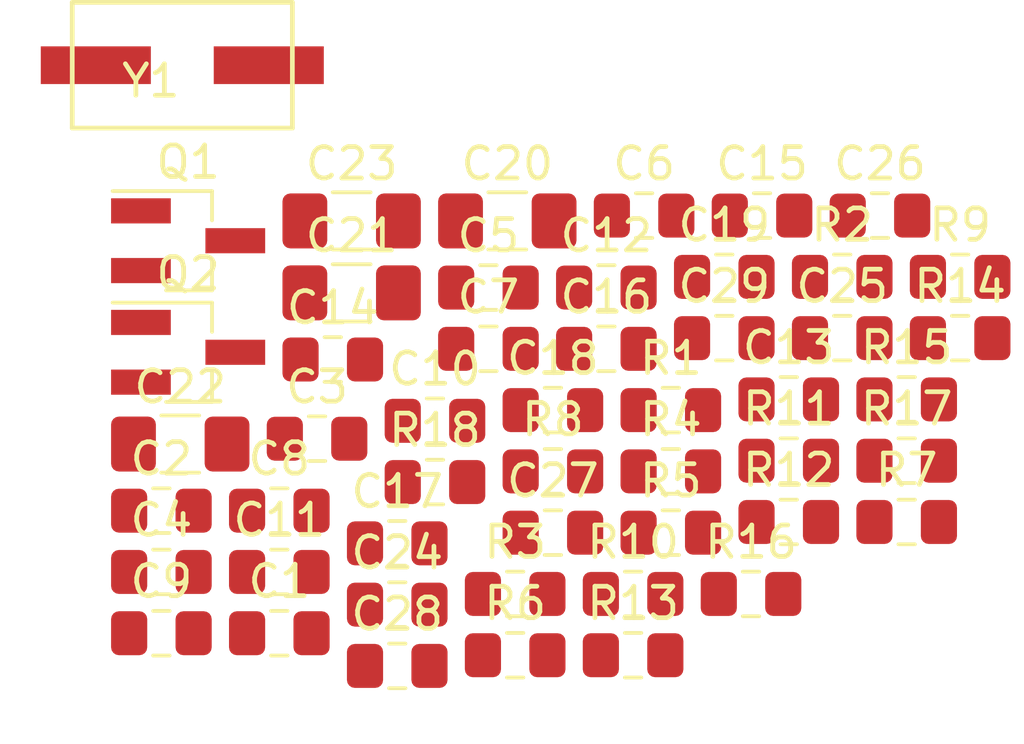
<source format=kicad_pcb>
(kicad_pcb (version 20171130) (host pcbnew "(5.0.1)-4")

  (general
    (thickness 1.6)
    (drawings 0)
    (tracks 0)
    (zones 0)
    (modules 50)
    (nets 40)
  )

  (page A4)
  (layers
    (0 F.Cu signal)
    (31 B.Cu signal)
    (32 B.Adhes user)
    (33 F.Adhes user)
    (34 B.Paste user)
    (35 F.Paste user)
    (36 B.SilkS user)
    (37 F.SilkS user)
    (38 B.Mask user)
    (39 F.Mask user)
    (40 Dwgs.User user)
    (41 Cmts.User user)
    (42 Eco1.User user)
    (43 Eco2.User user)
    (44 Edge.Cuts user)
    (45 Margin user)
    (46 B.CrtYd user)
    (47 F.CrtYd user)
    (48 B.Fab user)
    (49 F.Fab user)
  )

  (setup
    (last_trace_width 0.25)
    (trace_clearance 0.2)
    (zone_clearance 0.508)
    (zone_45_only no)
    (trace_min 0.2)
    (segment_width 0.2)
    (edge_width 0.1)
    (via_size 0.8)
    (via_drill 0.4)
    (via_min_size 0.4)
    (via_min_drill 0.3)
    (uvia_size 0.3)
    (uvia_drill 0.1)
    (uvias_allowed no)
    (uvia_min_size 0.2)
    (uvia_min_drill 0.1)
    (pcb_text_width 0.3)
    (pcb_text_size 1.5 1.5)
    (mod_edge_width 0.15)
    (mod_text_size 1 1)
    (mod_text_width 0.15)
    (pad_size 1.5 1.5)
    (pad_drill 0.6)
    (pad_to_mask_clearance 0)
    (aux_axis_origin 0 0)
    (visible_elements FFFFFF7F)
    (pcbplotparams
      (layerselection 0x010fc_ffffffff)
      (usegerberextensions false)
      (usegerberattributes false)
      (usegerberadvancedattributes false)
      (creategerberjobfile false)
      (excludeedgelayer true)
      (linewidth 0.100000)
      (plotframeref false)
      (viasonmask false)
      (mode 1)
      (useauxorigin false)
      (hpglpennumber 1)
      (hpglpenspeed 20)
      (hpglpendiameter 15.000000)
      (psnegative false)
      (psa4output false)
      (plotreference true)
      (plotvalue true)
      (plotinvisibletext false)
      (padsonsilk false)
      (subtractmaskfromsilk false)
      (outputformat 1)
      (mirror false)
      (drillshape 1)
      (scaleselection 1)
      (outputdirectory ""))
  )

  (net 0 "")
  (net 1 /IN0)
  (net 2 GND)
  (net 3 /IN1)
  (net 4 "Net-(C3-Pad2)")
  (net 5 "Net-(C4-Pad2)")
  (net 6 /_RESET)
  (net 7 /FILTA)
  (net 8 +1V8)
  (net 9 /FILTD)
  (net 10 /CM)
  (net 11 +3V3)
  (net 12 "Net-(C14-Pad2)")
  (net 13 "Net-(C15-Pad2)")
  (net 14 /MCLKI)
  (net 15 "Net-(C17-Pad1)")
  (net 16 "Net-(C20-Pad2)")
  (net 17 DAC0)
  (net 18 DAC1)
  (net 19 "Net-(C21-Pad2)")
  (net 20 "Net-(C22-Pad2)")
  (net 21 DAC2)
  (net 22 DAC3)
  (net 23 "Net-(C23-Pad2)")
  (net 24 /OUT0)
  (net 25 /OUT1)
  (net 26 /OUT2)
  (net 27 /OUT3)
  (net 28 /+12V)
  (net 29 /VDRIVE)
  (net 30 "Net-(Q1-Pad2)")
  (net 31 WB)
  (net 32 "Net-(Q2-Pad1)")
  (net 33 /ADC0)
  (net 34 /ADC_RES)
  (net 35 /ADC1)
  (net 36 WP)
  (net 37 /OSCO)
  (net 38 SCL)
  (net 39 SDA)

  (net_class Default "This is the default net class."
    (clearance 0.2)
    (trace_width 0.25)
    (via_dia 0.8)
    (via_drill 0.4)
    (uvia_dia 0.3)
    (uvia_drill 0.1)
    (add_net +1V8)
    (add_net +3V3)
    (add_net /+12V)
    (add_net /ADC0)
    (add_net /ADC1)
    (add_net /ADC_RES)
    (add_net /CM)
    (add_net /FILTA)
    (add_net /FILTD)
    (add_net /IN0)
    (add_net /IN1)
    (add_net /MCLKI)
    (add_net /OSCO)
    (add_net /OUT0)
    (add_net /OUT1)
    (add_net /OUT2)
    (add_net /OUT3)
    (add_net /VDRIVE)
    (add_net /_RESET)
    (add_net DAC0)
    (add_net DAC1)
    (add_net DAC2)
    (add_net DAC3)
    (add_net GND)
    (add_net "Net-(C14-Pad2)")
    (add_net "Net-(C15-Pad2)")
    (add_net "Net-(C17-Pad1)")
    (add_net "Net-(C20-Pad2)")
    (add_net "Net-(C21-Pad2)")
    (add_net "Net-(C22-Pad2)")
    (add_net "Net-(C23-Pad2)")
    (add_net "Net-(C3-Pad2)")
    (add_net "Net-(C4-Pad2)")
    (add_net "Net-(Q1-Pad2)")
    (add_net "Net-(Q2-Pad1)")
    (add_net SCL)
    (add_net SDA)
    (add_net WB)
    (add_net WP)
  )

  (module Capacitor_SMD:C_0805_2012Metric_Pad1.15x1.40mm_HandSolder (layer F.Cu) (tedit 5B36C52B) (tstamp 5C22DF18)
    (at 33.565001 52.365001)
    (descr "Capacitor SMD 0805 (2012 Metric), square (rectangular) end terminal, IPC_7351 nominal with elongated pad for handsoldering. (Body size source: https://docs.google.com/spreadsheets/d/1BsfQQcO9C6DZCsRaXUlFlo91Tg2WpOkGARC1WS5S8t0/edit?usp=sharing), generated with kicad-footprint-generator")
    (tags "capacitor handsolder")
    (path /58156753)
    (attr smd)
    (fp_text reference C1 (at 0 -1.65) (layer F.SilkS)
      (effects (font (size 1 1) (thickness 0.15)))
    )
    (fp_text value 100p (at 0 1.65) (layer F.Fab)
      (effects (font (size 1 1) (thickness 0.15)))
    )
    (fp_line (start -1 0.6) (end -1 -0.6) (layer F.Fab) (width 0.1))
    (fp_line (start -1 -0.6) (end 1 -0.6) (layer F.Fab) (width 0.1))
    (fp_line (start 1 -0.6) (end 1 0.6) (layer F.Fab) (width 0.1))
    (fp_line (start 1 0.6) (end -1 0.6) (layer F.Fab) (width 0.1))
    (fp_line (start -0.261252 -0.71) (end 0.261252 -0.71) (layer F.SilkS) (width 0.12))
    (fp_line (start -0.261252 0.71) (end 0.261252 0.71) (layer F.SilkS) (width 0.12))
    (fp_line (start -1.85 0.95) (end -1.85 -0.95) (layer F.CrtYd) (width 0.05))
    (fp_line (start -1.85 -0.95) (end 1.85 -0.95) (layer F.CrtYd) (width 0.05))
    (fp_line (start 1.85 -0.95) (end 1.85 0.95) (layer F.CrtYd) (width 0.05))
    (fp_line (start 1.85 0.95) (end -1.85 0.95) (layer F.CrtYd) (width 0.05))
    (fp_text user %R (at 0 0) (layer F.Fab)
      (effects (font (size 0.5 0.5) (thickness 0.08)))
    )
    (pad 1 smd roundrect (at -1.025 0) (size 1.15 1.4) (layers F.Cu F.Paste F.Mask) (roundrect_rratio 0.217391)
      (net 1 /IN0))
    (pad 2 smd roundrect (at 1.025 0) (size 1.15 1.4) (layers F.Cu F.Paste F.Mask) (roundrect_rratio 0.217391)
      (net 2 GND))
    (model ${KISYS3DMOD}/Capacitor_SMD.3dshapes/C_0805_2012Metric.wrl
      (at (xyz 0 0 0))
      (scale (xyz 1 1 1))
      (rotate (xyz 0 0 0))
    )
  )

  (module Capacitor_SMD:C_0805_2012Metric_Pad1.15x1.40mm_HandSolder (layer F.Cu) (tedit 5B36C52B) (tstamp 5C22DF29)
    (at 29.815001 48.465001)
    (descr "Capacitor SMD 0805 (2012 Metric), square (rectangular) end terminal, IPC_7351 nominal with elongated pad for handsoldering. (Body size source: https://docs.google.com/spreadsheets/d/1BsfQQcO9C6DZCsRaXUlFlo91Tg2WpOkGARC1WS5S8t0/edit?usp=sharing), generated with kicad-footprint-generator")
    (tags "capacitor handsolder")
    (path /5815615D)
    (attr smd)
    (fp_text reference C2 (at 0 -1.65) (layer F.SilkS)
      (effects (font (size 1 1) (thickness 0.15)))
    )
    (fp_text value 100p (at 0 1.65) (layer F.Fab)
      (effects (font (size 1 1) (thickness 0.15)))
    )
    (fp_line (start -1 0.6) (end -1 -0.6) (layer F.Fab) (width 0.1))
    (fp_line (start -1 -0.6) (end 1 -0.6) (layer F.Fab) (width 0.1))
    (fp_line (start 1 -0.6) (end 1 0.6) (layer F.Fab) (width 0.1))
    (fp_line (start 1 0.6) (end -1 0.6) (layer F.Fab) (width 0.1))
    (fp_line (start -0.261252 -0.71) (end 0.261252 -0.71) (layer F.SilkS) (width 0.12))
    (fp_line (start -0.261252 0.71) (end 0.261252 0.71) (layer F.SilkS) (width 0.12))
    (fp_line (start -1.85 0.95) (end -1.85 -0.95) (layer F.CrtYd) (width 0.05))
    (fp_line (start -1.85 -0.95) (end 1.85 -0.95) (layer F.CrtYd) (width 0.05))
    (fp_line (start 1.85 -0.95) (end 1.85 0.95) (layer F.CrtYd) (width 0.05))
    (fp_line (start 1.85 0.95) (end -1.85 0.95) (layer F.CrtYd) (width 0.05))
    (fp_text user %R (at 0 0) (layer F.Fab)
      (effects (font (size 0.5 0.5) (thickness 0.08)))
    )
    (pad 1 smd roundrect (at -1.025 0) (size 1.15 1.4) (layers F.Cu F.Paste F.Mask) (roundrect_rratio 0.217391)
      (net 3 /IN1))
    (pad 2 smd roundrect (at 1.025 0) (size 1.15 1.4) (layers F.Cu F.Paste F.Mask) (roundrect_rratio 0.217391)
      (net 2 GND))
    (model ${KISYS3DMOD}/Capacitor_SMD.3dshapes/C_0805_2012Metric.wrl
      (at (xyz 0 0 0))
      (scale (xyz 1 1 1))
      (rotate (xyz 0 0 0))
    )
  )

  (module Capacitor_SMD:C_0805_2012Metric_Pad1.15x1.40mm_HandSolder (layer F.Cu) (tedit 5B36C52B) (tstamp 5C22DF3A)
    (at 34.765001 46.175001)
    (descr "Capacitor SMD 0805 (2012 Metric), square (rectangular) end terminal, IPC_7351 nominal with elongated pad for handsoldering. (Body size source: https://docs.google.com/spreadsheets/d/1BsfQQcO9C6DZCsRaXUlFlo91Tg2WpOkGARC1WS5S8t0/edit?usp=sharing), generated with kicad-footprint-generator")
    (tags "capacitor handsolder")
    (path /5815435E)
    (attr smd)
    (fp_text reference C3 (at 0 -1.65) (layer F.SilkS)
      (effects (font (size 1 1) (thickness 0.15)))
    )
    (fp_text value 10u (at 0 1.65) (layer F.Fab)
      (effects (font (size 1 1) (thickness 0.15)))
    )
    (fp_line (start -1 0.6) (end -1 -0.6) (layer F.Fab) (width 0.1))
    (fp_line (start -1 -0.6) (end 1 -0.6) (layer F.Fab) (width 0.1))
    (fp_line (start 1 -0.6) (end 1 0.6) (layer F.Fab) (width 0.1))
    (fp_line (start 1 0.6) (end -1 0.6) (layer F.Fab) (width 0.1))
    (fp_line (start -0.261252 -0.71) (end 0.261252 -0.71) (layer F.SilkS) (width 0.12))
    (fp_line (start -0.261252 0.71) (end 0.261252 0.71) (layer F.SilkS) (width 0.12))
    (fp_line (start -1.85 0.95) (end -1.85 -0.95) (layer F.CrtYd) (width 0.05))
    (fp_line (start -1.85 -0.95) (end 1.85 -0.95) (layer F.CrtYd) (width 0.05))
    (fp_line (start 1.85 -0.95) (end 1.85 0.95) (layer F.CrtYd) (width 0.05))
    (fp_line (start 1.85 0.95) (end -1.85 0.95) (layer F.CrtYd) (width 0.05))
    (fp_text user %R (at 0 0) (layer F.Fab)
      (effects (font (size 0.5 0.5) (thickness 0.08)))
    )
    (pad 1 smd roundrect (at -1.025 0) (size 1.15 1.4) (layers F.Cu F.Paste F.Mask) (roundrect_rratio 0.217391)
      (net 1 /IN0))
    (pad 2 smd roundrect (at 1.025 0) (size 1.15 1.4) (layers F.Cu F.Paste F.Mask) (roundrect_rratio 0.217391)
      (net 4 "Net-(C3-Pad2)"))
    (model ${KISYS3DMOD}/Capacitor_SMD.3dshapes/C_0805_2012Metric.wrl
      (at (xyz 0 0 0))
      (scale (xyz 1 1 1))
      (rotate (xyz 0 0 0))
    )
  )

  (module Capacitor_SMD:C_0805_2012Metric_Pad1.15x1.40mm_HandSolder (layer F.Cu) (tedit 5B36C52B) (tstamp 5C22DF4B)
    (at 29.815001 50.415001)
    (descr "Capacitor SMD 0805 (2012 Metric), square (rectangular) end terminal, IPC_7351 nominal with elongated pad for handsoldering. (Body size source: https://docs.google.com/spreadsheets/d/1BsfQQcO9C6DZCsRaXUlFlo91Tg2WpOkGARC1WS5S8t0/edit?usp=sharing), generated with kicad-footprint-generator")
    (tags "capacitor handsolder")
    (path /58154655)
    (attr smd)
    (fp_text reference C4 (at 0 -1.65) (layer F.SilkS)
      (effects (font (size 1 1) (thickness 0.15)))
    )
    (fp_text value 10u (at 0 1.65) (layer F.Fab)
      (effects (font (size 1 1) (thickness 0.15)))
    )
    (fp_text user %R (at 0 0) (layer F.Fab)
      (effects (font (size 0.5 0.5) (thickness 0.08)))
    )
    (fp_line (start 1.85 0.95) (end -1.85 0.95) (layer F.CrtYd) (width 0.05))
    (fp_line (start 1.85 -0.95) (end 1.85 0.95) (layer F.CrtYd) (width 0.05))
    (fp_line (start -1.85 -0.95) (end 1.85 -0.95) (layer F.CrtYd) (width 0.05))
    (fp_line (start -1.85 0.95) (end -1.85 -0.95) (layer F.CrtYd) (width 0.05))
    (fp_line (start -0.261252 0.71) (end 0.261252 0.71) (layer F.SilkS) (width 0.12))
    (fp_line (start -0.261252 -0.71) (end 0.261252 -0.71) (layer F.SilkS) (width 0.12))
    (fp_line (start 1 0.6) (end -1 0.6) (layer F.Fab) (width 0.1))
    (fp_line (start 1 -0.6) (end 1 0.6) (layer F.Fab) (width 0.1))
    (fp_line (start -1 -0.6) (end 1 -0.6) (layer F.Fab) (width 0.1))
    (fp_line (start -1 0.6) (end -1 -0.6) (layer F.Fab) (width 0.1))
    (pad 2 smd roundrect (at 1.025 0) (size 1.15 1.4) (layers F.Cu F.Paste F.Mask) (roundrect_rratio 0.217391)
      (net 5 "Net-(C4-Pad2)"))
    (pad 1 smd roundrect (at -1.025 0) (size 1.15 1.4) (layers F.Cu F.Paste F.Mask) (roundrect_rratio 0.217391)
      (net 3 /IN1))
    (model ${KISYS3DMOD}/Capacitor_SMD.3dshapes/C_0805_2012Metric.wrl
      (at (xyz 0 0 0))
      (scale (xyz 1 1 1))
      (rotate (xyz 0 0 0))
    )
  )

  (module Capacitor_SMD:C_0805_2012Metric_Pad1.15x1.40mm_HandSolder (layer F.Cu) (tedit 5B36C52B) (tstamp 5C22DF5C)
    (at 40.215001 41.365001)
    (descr "Capacitor SMD 0805 (2012 Metric), square (rectangular) end terminal, IPC_7351 nominal with elongated pad for handsoldering. (Body size source: https://docs.google.com/spreadsheets/d/1BsfQQcO9C6DZCsRaXUlFlo91Tg2WpOkGARC1WS5S8t0/edit?usp=sharing), generated with kicad-footprint-generator")
    (tags "capacitor handsolder")
    (path /5817DC53)
    (attr smd)
    (fp_text reference C5 (at 0 -1.65) (layer F.SilkS)
      (effects (font (size 1 1) (thickness 0.15)))
    )
    (fp_text value 100n (at 0 1.65) (layer F.Fab)
      (effects (font (size 1 1) (thickness 0.15)))
    )
    (fp_text user %R (at 0 0) (layer F.Fab)
      (effects (font (size 0.5 0.5) (thickness 0.08)))
    )
    (fp_line (start 1.85 0.95) (end -1.85 0.95) (layer F.CrtYd) (width 0.05))
    (fp_line (start 1.85 -0.95) (end 1.85 0.95) (layer F.CrtYd) (width 0.05))
    (fp_line (start -1.85 -0.95) (end 1.85 -0.95) (layer F.CrtYd) (width 0.05))
    (fp_line (start -1.85 0.95) (end -1.85 -0.95) (layer F.CrtYd) (width 0.05))
    (fp_line (start -0.261252 0.71) (end 0.261252 0.71) (layer F.SilkS) (width 0.12))
    (fp_line (start -0.261252 -0.71) (end 0.261252 -0.71) (layer F.SilkS) (width 0.12))
    (fp_line (start 1 0.6) (end -1 0.6) (layer F.Fab) (width 0.1))
    (fp_line (start 1 -0.6) (end 1 0.6) (layer F.Fab) (width 0.1))
    (fp_line (start -1 -0.6) (end 1 -0.6) (layer F.Fab) (width 0.1))
    (fp_line (start -1 0.6) (end -1 -0.6) (layer F.Fab) (width 0.1))
    (pad 2 smd roundrect (at 1.025 0) (size 1.15 1.4) (layers F.Cu F.Paste F.Mask) (roundrect_rratio 0.217391)
      (net 2 GND))
    (pad 1 smd roundrect (at -1.025 0) (size 1.15 1.4) (layers F.Cu F.Paste F.Mask) (roundrect_rratio 0.217391)
      (net 6 /_RESET))
    (model ${KISYS3DMOD}/Capacitor_SMD.3dshapes/C_0805_2012Metric.wrl
      (at (xyz 0 0 0))
      (scale (xyz 1 1 1))
      (rotate (xyz 0 0 0))
    )
  )

  (module Capacitor_SMD:C_0805_2012Metric_Pad1.15x1.40mm_HandSolder (layer F.Cu) (tedit 5B36C52B) (tstamp 5C22DF6D)
    (at 45.165001 39.075001)
    (descr "Capacitor SMD 0805 (2012 Metric), square (rectangular) end terminal, IPC_7351 nominal with elongated pad for handsoldering. (Body size source: https://docs.google.com/spreadsheets/d/1BsfQQcO9C6DZCsRaXUlFlo91Tg2WpOkGARC1WS5S8t0/edit?usp=sharing), generated with kicad-footprint-generator")
    (tags "capacitor handsolder")
    (path /5814E096)
    (attr smd)
    (fp_text reference C6 (at 0 -1.65) (layer F.SilkS)
      (effects (font (size 1 1) (thickness 0.15)))
    )
    (fp_text value 100n (at 0 1.65) (layer F.Fab)
      (effects (font (size 1 1) (thickness 0.15)))
    )
    (fp_text user %R (at 0 0) (layer F.Fab)
      (effects (font (size 0.5 0.5) (thickness 0.08)))
    )
    (fp_line (start 1.85 0.95) (end -1.85 0.95) (layer F.CrtYd) (width 0.05))
    (fp_line (start 1.85 -0.95) (end 1.85 0.95) (layer F.CrtYd) (width 0.05))
    (fp_line (start -1.85 -0.95) (end 1.85 -0.95) (layer F.CrtYd) (width 0.05))
    (fp_line (start -1.85 0.95) (end -1.85 -0.95) (layer F.CrtYd) (width 0.05))
    (fp_line (start -0.261252 0.71) (end 0.261252 0.71) (layer F.SilkS) (width 0.12))
    (fp_line (start -0.261252 -0.71) (end 0.261252 -0.71) (layer F.SilkS) (width 0.12))
    (fp_line (start 1 0.6) (end -1 0.6) (layer F.Fab) (width 0.1))
    (fp_line (start 1 -0.6) (end 1 0.6) (layer F.Fab) (width 0.1))
    (fp_line (start -1 -0.6) (end 1 -0.6) (layer F.Fab) (width 0.1))
    (fp_line (start -1 0.6) (end -1 -0.6) (layer F.Fab) (width 0.1))
    (pad 2 smd roundrect (at 1.025 0) (size 1.15 1.4) (layers F.Cu F.Paste F.Mask) (roundrect_rratio 0.217391)
      (net 2 GND))
    (pad 1 smd roundrect (at -1.025 0) (size 1.15 1.4) (layers F.Cu F.Paste F.Mask) (roundrect_rratio 0.217391)
      (net 7 /FILTA))
    (model ${KISYS3DMOD}/Capacitor_SMD.3dshapes/C_0805_2012Metric.wrl
      (at (xyz 0 0 0))
      (scale (xyz 1 1 1))
      (rotate (xyz 0 0 0))
    )
  )

  (module Capacitor_SMD:C_0805_2012Metric_Pad1.15x1.40mm_HandSolder (layer F.Cu) (tedit 5B36C52B) (tstamp 5C22DF7E)
    (at 40.215001 43.315001)
    (descr "Capacitor SMD 0805 (2012 Metric), square (rectangular) end terminal, IPC_7351 nominal with elongated pad for handsoldering. (Body size source: https://docs.google.com/spreadsheets/d/1BsfQQcO9C6DZCsRaXUlFlo91Tg2WpOkGARC1WS5S8t0/edit?usp=sharing), generated with kicad-footprint-generator")
    (tags "capacitor handsolder")
    (path /5814E053)
    (attr smd)
    (fp_text reference C7 (at 0 -1.65) (layer F.SilkS)
      (effects (font (size 1 1) (thickness 0.15)))
    )
    (fp_text value 10u (at 0 1.65) (layer F.Fab)
      (effects (font (size 1 1) (thickness 0.15)))
    )
    (fp_line (start -1 0.6) (end -1 -0.6) (layer F.Fab) (width 0.1))
    (fp_line (start -1 -0.6) (end 1 -0.6) (layer F.Fab) (width 0.1))
    (fp_line (start 1 -0.6) (end 1 0.6) (layer F.Fab) (width 0.1))
    (fp_line (start 1 0.6) (end -1 0.6) (layer F.Fab) (width 0.1))
    (fp_line (start -0.261252 -0.71) (end 0.261252 -0.71) (layer F.SilkS) (width 0.12))
    (fp_line (start -0.261252 0.71) (end 0.261252 0.71) (layer F.SilkS) (width 0.12))
    (fp_line (start -1.85 0.95) (end -1.85 -0.95) (layer F.CrtYd) (width 0.05))
    (fp_line (start -1.85 -0.95) (end 1.85 -0.95) (layer F.CrtYd) (width 0.05))
    (fp_line (start 1.85 -0.95) (end 1.85 0.95) (layer F.CrtYd) (width 0.05))
    (fp_line (start 1.85 0.95) (end -1.85 0.95) (layer F.CrtYd) (width 0.05))
    (fp_text user %R (at 0 0) (layer F.Fab)
      (effects (font (size 0.5 0.5) (thickness 0.08)))
    )
    (pad 1 smd roundrect (at -1.025 0) (size 1.15 1.4) (layers F.Cu F.Paste F.Mask) (roundrect_rratio 0.217391)
      (net 7 /FILTA))
    (pad 2 smd roundrect (at 1.025 0) (size 1.15 1.4) (layers F.Cu F.Paste F.Mask) (roundrect_rratio 0.217391)
      (net 2 GND))
    (model ${KISYS3DMOD}/Capacitor_SMD.3dshapes/C_0805_2012Metric.wrl
      (at (xyz 0 0 0))
      (scale (xyz 1 1 1))
      (rotate (xyz 0 0 0))
    )
  )

  (module Capacitor_SMD:C_0805_2012Metric_Pad1.15x1.40mm_HandSolder (layer F.Cu) (tedit 5B36C52B) (tstamp 5C22DF8F)
    (at 33.565001 48.465001)
    (descr "Capacitor SMD 0805 (2012 Metric), square (rectangular) end terminal, IPC_7351 nominal with elongated pad for handsoldering. (Body size source: https://docs.google.com/spreadsheets/d/1BsfQQcO9C6DZCsRaXUlFlo91Tg2WpOkGARC1WS5S8t0/edit?usp=sharing), generated with kicad-footprint-generator")
    (tags "capacitor handsolder")
    (path /58151EF1)
    (attr smd)
    (fp_text reference C8 (at 0 -1.65) (layer F.SilkS)
      (effects (font (size 1 1) (thickness 0.15)))
    )
    (fp_text value 10u (at 0 1.65) (layer F.Fab)
      (effects (font (size 1 1) (thickness 0.15)))
    )
    (fp_line (start -1 0.6) (end -1 -0.6) (layer F.Fab) (width 0.1))
    (fp_line (start -1 -0.6) (end 1 -0.6) (layer F.Fab) (width 0.1))
    (fp_line (start 1 -0.6) (end 1 0.6) (layer F.Fab) (width 0.1))
    (fp_line (start 1 0.6) (end -1 0.6) (layer F.Fab) (width 0.1))
    (fp_line (start -0.261252 -0.71) (end 0.261252 -0.71) (layer F.SilkS) (width 0.12))
    (fp_line (start -0.261252 0.71) (end 0.261252 0.71) (layer F.SilkS) (width 0.12))
    (fp_line (start -1.85 0.95) (end -1.85 -0.95) (layer F.CrtYd) (width 0.05))
    (fp_line (start -1.85 -0.95) (end 1.85 -0.95) (layer F.CrtYd) (width 0.05))
    (fp_line (start 1.85 -0.95) (end 1.85 0.95) (layer F.CrtYd) (width 0.05))
    (fp_line (start 1.85 0.95) (end -1.85 0.95) (layer F.CrtYd) (width 0.05))
    (fp_text user %R (at 0 0) (layer F.Fab)
      (effects (font (size 0.5 0.5) (thickness 0.08)))
    )
    (pad 1 smd roundrect (at -1.025 0) (size 1.15 1.4) (layers F.Cu F.Paste F.Mask) (roundrect_rratio 0.217391)
      (net 8 +1V8))
    (pad 2 smd roundrect (at 1.025 0) (size 1.15 1.4) (layers F.Cu F.Paste F.Mask) (roundrect_rratio 0.217391)
      (net 2 GND))
    (model ${KISYS3DMOD}/Capacitor_SMD.3dshapes/C_0805_2012Metric.wrl
      (at (xyz 0 0 0))
      (scale (xyz 1 1 1))
      (rotate (xyz 0 0 0))
    )
  )

  (module Capacitor_SMD:C_0805_2012Metric_Pad1.15x1.40mm_HandSolder (layer F.Cu) (tedit 5B36C52B) (tstamp 5C22DFA0)
    (at 29.815001 52.365001)
    (descr "Capacitor SMD 0805 (2012 Metric), square (rectangular) end terminal, IPC_7351 nominal with elongated pad for handsoldering. (Body size source: https://docs.google.com/spreadsheets/d/1BsfQQcO9C6DZCsRaXUlFlo91Tg2WpOkGARC1WS5S8t0/edit?usp=sharing), generated with kicad-footprint-generator")
    (tags "capacitor handsolder")
    (path /58151F99)
    (attr smd)
    (fp_text reference C9 (at 0 -1.65) (layer F.SilkS)
      (effects (font (size 1 1) (thickness 0.15)))
    )
    (fp_text value 100n (at 0 1.65) (layer F.Fab)
      (effects (font (size 1 1) (thickness 0.15)))
    )
    (fp_text user %R (at 0 0) (layer F.Fab)
      (effects (font (size 0.5 0.5) (thickness 0.08)))
    )
    (fp_line (start 1.85 0.95) (end -1.85 0.95) (layer F.CrtYd) (width 0.05))
    (fp_line (start 1.85 -0.95) (end 1.85 0.95) (layer F.CrtYd) (width 0.05))
    (fp_line (start -1.85 -0.95) (end 1.85 -0.95) (layer F.CrtYd) (width 0.05))
    (fp_line (start -1.85 0.95) (end -1.85 -0.95) (layer F.CrtYd) (width 0.05))
    (fp_line (start -0.261252 0.71) (end 0.261252 0.71) (layer F.SilkS) (width 0.12))
    (fp_line (start -0.261252 -0.71) (end 0.261252 -0.71) (layer F.SilkS) (width 0.12))
    (fp_line (start 1 0.6) (end -1 0.6) (layer F.Fab) (width 0.1))
    (fp_line (start 1 -0.6) (end 1 0.6) (layer F.Fab) (width 0.1))
    (fp_line (start -1 -0.6) (end 1 -0.6) (layer F.Fab) (width 0.1))
    (fp_line (start -1 0.6) (end -1 -0.6) (layer F.Fab) (width 0.1))
    (pad 2 smd roundrect (at 1.025 0) (size 1.15 1.4) (layers F.Cu F.Paste F.Mask) (roundrect_rratio 0.217391)
      (net 2 GND))
    (pad 1 smd roundrect (at -1.025 0) (size 1.15 1.4) (layers F.Cu F.Paste F.Mask) (roundrect_rratio 0.217391)
      (net 8 +1V8))
    (model ${KISYS3DMOD}/Capacitor_SMD.3dshapes/C_0805_2012Metric.wrl
      (at (xyz 0 0 0))
      (scale (xyz 1 1 1))
      (rotate (xyz 0 0 0))
    )
  )

  (module Capacitor_SMD:C_0805_2012Metric_Pad1.15x1.40mm_HandSolder (layer F.Cu) (tedit 5B36C52B) (tstamp 5C22DFB1)
    (at 38.515001 45.605001)
    (descr "Capacitor SMD 0805 (2012 Metric), square (rectangular) end terminal, IPC_7351 nominal with elongated pad for handsoldering. (Body size source: https://docs.google.com/spreadsheets/d/1BsfQQcO9C6DZCsRaXUlFlo91Tg2WpOkGARC1WS5S8t0/edit?usp=sharing), generated with kicad-footprint-generator")
    (tags "capacitor handsolder")
    (path /5814E776)
    (attr smd)
    (fp_text reference C10 (at 0 -1.65) (layer F.SilkS)
      (effects (font (size 1 1) (thickness 0.15)))
    )
    (fp_text value 100n (at 0 1.65) (layer F.Fab)
      (effects (font (size 1 1) (thickness 0.15)))
    )
    (fp_text user %R (at 0 0) (layer F.Fab)
      (effects (font (size 0.5 0.5) (thickness 0.08)))
    )
    (fp_line (start 1.85 0.95) (end -1.85 0.95) (layer F.CrtYd) (width 0.05))
    (fp_line (start 1.85 -0.95) (end 1.85 0.95) (layer F.CrtYd) (width 0.05))
    (fp_line (start -1.85 -0.95) (end 1.85 -0.95) (layer F.CrtYd) (width 0.05))
    (fp_line (start -1.85 0.95) (end -1.85 -0.95) (layer F.CrtYd) (width 0.05))
    (fp_line (start -0.261252 0.71) (end 0.261252 0.71) (layer F.SilkS) (width 0.12))
    (fp_line (start -0.261252 -0.71) (end 0.261252 -0.71) (layer F.SilkS) (width 0.12))
    (fp_line (start 1 0.6) (end -1 0.6) (layer F.Fab) (width 0.1))
    (fp_line (start 1 -0.6) (end 1 0.6) (layer F.Fab) (width 0.1))
    (fp_line (start -1 -0.6) (end 1 -0.6) (layer F.Fab) (width 0.1))
    (fp_line (start -1 0.6) (end -1 -0.6) (layer F.Fab) (width 0.1))
    (pad 2 smd roundrect (at 1.025 0) (size 1.15 1.4) (layers F.Cu F.Paste F.Mask) (roundrect_rratio 0.217391)
      (net 2 GND))
    (pad 1 smd roundrect (at -1.025 0) (size 1.15 1.4) (layers F.Cu F.Paste F.Mask) (roundrect_rratio 0.217391)
      (net 9 /FILTD))
    (model ${KISYS3DMOD}/Capacitor_SMD.3dshapes/C_0805_2012Metric.wrl
      (at (xyz 0 0 0))
      (scale (xyz 1 1 1))
      (rotate (xyz 0 0 0))
    )
  )

  (module Capacitor_SMD:C_0805_2012Metric_Pad1.15x1.40mm_HandSolder (layer F.Cu) (tedit 5B36C52B) (tstamp 5C22DFC2)
    (at 33.565001 50.415001)
    (descr "Capacitor SMD 0805 (2012 Metric), square (rectangular) end terminal, IPC_7351 nominal with elongated pad for handsoldering. (Body size source: https://docs.google.com/spreadsheets/d/1BsfQQcO9C6DZCsRaXUlFlo91Tg2WpOkGARC1WS5S8t0/edit?usp=sharing), generated with kicad-footprint-generator")
    (tags "capacitor handsolder")
    (path /5814E6C5)
    (attr smd)
    (fp_text reference C11 (at 0 -1.65) (layer F.SilkS)
      (effects (font (size 1 1) (thickness 0.15)))
    )
    (fp_text value 100n (at 0 1.65) (layer F.Fab)
      (effects (font (size 1 1) (thickness 0.15)))
    )
    (fp_line (start -1 0.6) (end -1 -0.6) (layer F.Fab) (width 0.1))
    (fp_line (start -1 -0.6) (end 1 -0.6) (layer F.Fab) (width 0.1))
    (fp_line (start 1 -0.6) (end 1 0.6) (layer F.Fab) (width 0.1))
    (fp_line (start 1 0.6) (end -1 0.6) (layer F.Fab) (width 0.1))
    (fp_line (start -0.261252 -0.71) (end 0.261252 -0.71) (layer F.SilkS) (width 0.12))
    (fp_line (start -0.261252 0.71) (end 0.261252 0.71) (layer F.SilkS) (width 0.12))
    (fp_line (start -1.85 0.95) (end -1.85 -0.95) (layer F.CrtYd) (width 0.05))
    (fp_line (start -1.85 -0.95) (end 1.85 -0.95) (layer F.CrtYd) (width 0.05))
    (fp_line (start 1.85 -0.95) (end 1.85 0.95) (layer F.CrtYd) (width 0.05))
    (fp_line (start 1.85 0.95) (end -1.85 0.95) (layer F.CrtYd) (width 0.05))
    (fp_text user %R (at 0 0) (layer F.Fab)
      (effects (font (size 0.5 0.5) (thickness 0.08)))
    )
    (pad 1 smd roundrect (at -1.025 0) (size 1.15 1.4) (layers F.Cu F.Paste F.Mask) (roundrect_rratio 0.217391)
      (net 2 GND))
    (pad 2 smd roundrect (at 1.025 0) (size 1.15 1.4) (layers F.Cu F.Paste F.Mask) (roundrect_rratio 0.217391)
      (net 10 /CM))
    (model ${KISYS3DMOD}/Capacitor_SMD.3dshapes/C_0805_2012Metric.wrl
      (at (xyz 0 0 0))
      (scale (xyz 1 1 1))
      (rotate (xyz 0 0 0))
    )
  )

  (module Capacitor_SMD:C_0805_2012Metric_Pad1.15x1.40mm_HandSolder (layer F.Cu) (tedit 5B36C52B) (tstamp 5C22DFD3)
    (at 43.965001 41.365001)
    (descr "Capacitor SMD 0805 (2012 Metric), square (rectangular) end terminal, IPC_7351 nominal with elongated pad for handsoldering. (Body size source: https://docs.google.com/spreadsheets/d/1BsfQQcO9C6DZCsRaXUlFlo91Tg2WpOkGARC1WS5S8t0/edit?usp=sharing), generated with kicad-footprint-generator")
    (tags "capacitor handsolder")
    (path /5814E7CE)
    (attr smd)
    (fp_text reference C12 (at 0 -1.65) (layer F.SilkS)
      (effects (font (size 1 1) (thickness 0.15)))
    )
    (fp_text value 10u (at 0 1.65) (layer F.Fab)
      (effects (font (size 1 1) (thickness 0.15)))
    )
    (fp_line (start -1 0.6) (end -1 -0.6) (layer F.Fab) (width 0.1))
    (fp_line (start -1 -0.6) (end 1 -0.6) (layer F.Fab) (width 0.1))
    (fp_line (start 1 -0.6) (end 1 0.6) (layer F.Fab) (width 0.1))
    (fp_line (start 1 0.6) (end -1 0.6) (layer F.Fab) (width 0.1))
    (fp_line (start -0.261252 -0.71) (end 0.261252 -0.71) (layer F.SilkS) (width 0.12))
    (fp_line (start -0.261252 0.71) (end 0.261252 0.71) (layer F.SilkS) (width 0.12))
    (fp_line (start -1.85 0.95) (end -1.85 -0.95) (layer F.CrtYd) (width 0.05))
    (fp_line (start -1.85 -0.95) (end 1.85 -0.95) (layer F.CrtYd) (width 0.05))
    (fp_line (start 1.85 -0.95) (end 1.85 0.95) (layer F.CrtYd) (width 0.05))
    (fp_line (start 1.85 0.95) (end -1.85 0.95) (layer F.CrtYd) (width 0.05))
    (fp_text user %R (at 0 0) (layer F.Fab)
      (effects (font (size 0.5 0.5) (thickness 0.08)))
    )
    (pad 1 smd roundrect (at -1.025 0) (size 1.15 1.4) (layers F.Cu F.Paste F.Mask) (roundrect_rratio 0.217391)
      (net 9 /FILTD))
    (pad 2 smd roundrect (at 1.025 0) (size 1.15 1.4) (layers F.Cu F.Paste F.Mask) (roundrect_rratio 0.217391)
      (net 2 GND))
    (model ${KISYS3DMOD}/Capacitor_SMD.3dshapes/C_0805_2012Metric.wrl
      (at (xyz 0 0 0))
      (scale (xyz 1 1 1))
      (rotate (xyz 0 0 0))
    )
  )

  (module Capacitor_SMD:C_0805_2012Metric_Pad1.15x1.40mm_HandSolder (layer F.Cu) (tedit 5B36C52B) (tstamp 5C22DFE4)
    (at 49.765001 44.925001)
    (descr "Capacitor SMD 0805 (2012 Metric), square (rectangular) end terminal, IPC_7351 nominal with elongated pad for handsoldering. (Body size source: https://docs.google.com/spreadsheets/d/1BsfQQcO9C6DZCsRaXUlFlo91Tg2WpOkGARC1WS5S8t0/edit?usp=sharing), generated with kicad-footprint-generator")
    (tags "capacitor handsolder")
    (path /58177963)
    (attr smd)
    (fp_text reference C13 (at 0 -1.65) (layer F.SilkS)
      (effects (font (size 1 1) (thickness 0.15)))
    )
    (fp_text value 10u (at 0 1.65) (layer F.Fab)
      (effects (font (size 1 1) (thickness 0.15)))
    )
    (fp_text user %R (at 0 0) (layer F.Fab)
      (effects (font (size 0.5 0.5) (thickness 0.08)))
    )
    (fp_line (start 1.85 0.95) (end -1.85 0.95) (layer F.CrtYd) (width 0.05))
    (fp_line (start 1.85 -0.95) (end 1.85 0.95) (layer F.CrtYd) (width 0.05))
    (fp_line (start -1.85 -0.95) (end 1.85 -0.95) (layer F.CrtYd) (width 0.05))
    (fp_line (start -1.85 0.95) (end -1.85 -0.95) (layer F.CrtYd) (width 0.05))
    (fp_line (start -0.261252 0.71) (end 0.261252 0.71) (layer F.SilkS) (width 0.12))
    (fp_line (start -0.261252 -0.71) (end 0.261252 -0.71) (layer F.SilkS) (width 0.12))
    (fp_line (start 1 0.6) (end -1 0.6) (layer F.Fab) (width 0.1))
    (fp_line (start 1 -0.6) (end 1 0.6) (layer F.Fab) (width 0.1))
    (fp_line (start -1 -0.6) (end 1 -0.6) (layer F.Fab) (width 0.1))
    (fp_line (start -1 0.6) (end -1 -0.6) (layer F.Fab) (width 0.1))
    (pad 2 smd roundrect (at 1.025 0) (size 1.15 1.4) (layers F.Cu F.Paste F.Mask) (roundrect_rratio 0.217391)
      (net 10 /CM))
    (pad 1 smd roundrect (at -1.025 0) (size 1.15 1.4) (layers F.Cu F.Paste F.Mask) (roundrect_rratio 0.217391)
      (net 2 GND))
    (model ${KISYS3DMOD}/Capacitor_SMD.3dshapes/C_0805_2012Metric.wrl
      (at (xyz 0 0 0))
      (scale (xyz 1 1 1))
      (rotate (xyz 0 0 0))
    )
  )

  (module Capacitor_SMD:C_0805_2012Metric_Pad1.15x1.40mm_HandSolder (layer F.Cu) (tedit 5B36C52B) (tstamp 5C22DFF5)
    (at 35.265001 43.655001)
    (descr "Capacitor SMD 0805 (2012 Metric), square (rectangular) end terminal, IPC_7351 nominal with elongated pad for handsoldering. (Body size source: https://docs.google.com/spreadsheets/d/1BsfQQcO9C6DZCsRaXUlFlo91Tg2WpOkGARC1WS5S8t0/edit?usp=sharing), generated with kicad-footprint-generator")
    (tags "capacitor handsolder")
    (path /5814D8FD)
    (attr smd)
    (fp_text reference C14 (at 0 -1.65) (layer F.SilkS)
      (effects (font (size 1 1) (thickness 0.15)))
    )
    (fp_text value 3n3 (at 0 1.65) (layer F.Fab)
      (effects (font (size 1 1) (thickness 0.15)))
    )
    (fp_line (start -1 0.6) (end -1 -0.6) (layer F.Fab) (width 0.1))
    (fp_line (start -1 -0.6) (end 1 -0.6) (layer F.Fab) (width 0.1))
    (fp_line (start 1 -0.6) (end 1 0.6) (layer F.Fab) (width 0.1))
    (fp_line (start 1 0.6) (end -1 0.6) (layer F.Fab) (width 0.1))
    (fp_line (start -0.261252 -0.71) (end 0.261252 -0.71) (layer F.SilkS) (width 0.12))
    (fp_line (start -0.261252 0.71) (end 0.261252 0.71) (layer F.SilkS) (width 0.12))
    (fp_line (start -1.85 0.95) (end -1.85 -0.95) (layer F.CrtYd) (width 0.05))
    (fp_line (start -1.85 -0.95) (end 1.85 -0.95) (layer F.CrtYd) (width 0.05))
    (fp_line (start 1.85 -0.95) (end 1.85 0.95) (layer F.CrtYd) (width 0.05))
    (fp_line (start 1.85 0.95) (end -1.85 0.95) (layer F.CrtYd) (width 0.05))
    (fp_text user %R (at 0 0) (layer F.Fab)
      (effects (font (size 0.5 0.5) (thickness 0.08)))
    )
    (pad 1 smd roundrect (at -1.025 0) (size 1.15 1.4) (layers F.Cu F.Paste F.Mask) (roundrect_rratio 0.217391)
      (net 11 +3V3))
    (pad 2 smd roundrect (at 1.025 0) (size 1.15 1.4) (layers F.Cu F.Paste F.Mask) (roundrect_rratio 0.217391)
      (net 12 "Net-(C14-Pad2)"))
    (model ${KISYS3DMOD}/Capacitor_SMD.3dshapes/C_0805_2012Metric.wrl
      (at (xyz 0 0 0))
      (scale (xyz 1 1 1))
      (rotate (xyz 0 0 0))
    )
  )

  (module Capacitor_SMD:C_0805_2012Metric_Pad1.15x1.40mm_HandSolder (layer F.Cu) (tedit 5B36C52B) (tstamp 5C22E006)
    (at 48.915001 39.075001)
    (descr "Capacitor SMD 0805 (2012 Metric), square (rectangular) end terminal, IPC_7351 nominal with elongated pad for handsoldering. (Body size source: https://docs.google.com/spreadsheets/d/1BsfQQcO9C6DZCsRaXUlFlo91Tg2WpOkGARC1WS5S8t0/edit?usp=sharing), generated with kicad-footprint-generator")
    (tags "capacitor handsolder")
    (path /5814D994)
    (attr smd)
    (fp_text reference C15 (at 0 -1.65) (layer F.SilkS)
      (effects (font (size 1 1) (thickness 0.15)))
    )
    (fp_text value 56n (at 0 1.65) (layer F.Fab)
      (effects (font (size 1 1) (thickness 0.15)))
    )
    (fp_text user %R (at 0 0) (layer F.Fab)
      (effects (font (size 0.5 0.5) (thickness 0.08)))
    )
    (fp_line (start 1.85 0.95) (end -1.85 0.95) (layer F.CrtYd) (width 0.05))
    (fp_line (start 1.85 -0.95) (end 1.85 0.95) (layer F.CrtYd) (width 0.05))
    (fp_line (start -1.85 -0.95) (end 1.85 -0.95) (layer F.CrtYd) (width 0.05))
    (fp_line (start -1.85 0.95) (end -1.85 -0.95) (layer F.CrtYd) (width 0.05))
    (fp_line (start -0.261252 0.71) (end 0.261252 0.71) (layer F.SilkS) (width 0.12))
    (fp_line (start -0.261252 -0.71) (end 0.261252 -0.71) (layer F.SilkS) (width 0.12))
    (fp_line (start 1 0.6) (end -1 0.6) (layer F.Fab) (width 0.1))
    (fp_line (start 1 -0.6) (end 1 0.6) (layer F.Fab) (width 0.1))
    (fp_line (start -1 -0.6) (end 1 -0.6) (layer F.Fab) (width 0.1))
    (fp_line (start -1 0.6) (end -1 -0.6) (layer F.Fab) (width 0.1))
    (pad 2 smd roundrect (at 1.025 0) (size 1.15 1.4) (layers F.Cu F.Paste F.Mask) (roundrect_rratio 0.217391)
      (net 13 "Net-(C15-Pad2)"))
    (pad 1 smd roundrect (at -1.025 0) (size 1.15 1.4) (layers F.Cu F.Paste F.Mask) (roundrect_rratio 0.217391)
      (net 11 +3V3))
    (model ${KISYS3DMOD}/Capacitor_SMD.3dshapes/C_0805_2012Metric.wrl
      (at (xyz 0 0 0))
      (scale (xyz 1 1 1))
      (rotate (xyz 0 0 0))
    )
  )

  (module Capacitor_SMD:C_0805_2012Metric_Pad1.15x1.40mm_HandSolder (layer F.Cu) (tedit 5B36C52B) (tstamp 5C22E017)
    (at 43.965001 43.315001)
    (descr "Capacitor SMD 0805 (2012 Metric), square (rectangular) end terminal, IPC_7351 nominal with elongated pad for handsoldering. (Body size source: https://docs.google.com/spreadsheets/d/1BsfQQcO9C6DZCsRaXUlFlo91Tg2WpOkGARC1WS5S8t0/edit?usp=sharing), generated with kicad-footprint-generator")
    (tags "capacitor handsolder")
    (path /5814C55A)
    (attr smd)
    (fp_text reference C16 (at 0 -1.65) (layer F.SilkS)
      (effects (font (size 1 1) (thickness 0.15)))
    )
    (fp_text value 22p (at 0 1.65) (layer F.Fab)
      (effects (font (size 1 1) (thickness 0.15)))
    )
    (fp_line (start -1 0.6) (end -1 -0.6) (layer F.Fab) (width 0.1))
    (fp_line (start -1 -0.6) (end 1 -0.6) (layer F.Fab) (width 0.1))
    (fp_line (start 1 -0.6) (end 1 0.6) (layer F.Fab) (width 0.1))
    (fp_line (start 1 0.6) (end -1 0.6) (layer F.Fab) (width 0.1))
    (fp_line (start -0.261252 -0.71) (end 0.261252 -0.71) (layer F.SilkS) (width 0.12))
    (fp_line (start -0.261252 0.71) (end 0.261252 0.71) (layer F.SilkS) (width 0.12))
    (fp_line (start -1.85 0.95) (end -1.85 -0.95) (layer F.CrtYd) (width 0.05))
    (fp_line (start -1.85 -0.95) (end 1.85 -0.95) (layer F.CrtYd) (width 0.05))
    (fp_line (start 1.85 -0.95) (end 1.85 0.95) (layer F.CrtYd) (width 0.05))
    (fp_line (start 1.85 0.95) (end -1.85 0.95) (layer F.CrtYd) (width 0.05))
    (fp_text user %R (at 0 0) (layer F.Fab)
      (effects (font (size 0.5 0.5) (thickness 0.08)))
    )
    (pad 1 smd roundrect (at -1.025 0) (size 1.15 1.4) (layers F.Cu F.Paste F.Mask) (roundrect_rratio 0.217391)
      (net 14 /MCLKI))
    (pad 2 smd roundrect (at 1.025 0) (size 1.15 1.4) (layers F.Cu F.Paste F.Mask) (roundrect_rratio 0.217391)
      (net 2 GND))
    (model ${KISYS3DMOD}/Capacitor_SMD.3dshapes/C_0805_2012Metric.wrl
      (at (xyz 0 0 0))
      (scale (xyz 1 1 1))
      (rotate (xyz 0 0 0))
    )
  )

  (module Capacitor_SMD:C_0805_2012Metric_Pad1.15x1.40mm_HandSolder (layer F.Cu) (tedit 5B36C52B) (tstamp 5C22E028)
    (at 37.315001 49.505001)
    (descr "Capacitor SMD 0805 (2012 Metric), square (rectangular) end terminal, IPC_7351 nominal with elongated pad for handsoldering. (Body size source: https://docs.google.com/spreadsheets/d/1BsfQQcO9C6DZCsRaXUlFlo91Tg2WpOkGARC1WS5S8t0/edit?usp=sharing), generated with kicad-footprint-generator")
    (tags "capacitor handsolder")
    (path /5814DD1A)
    (attr smd)
    (fp_text reference C17 (at 0 -1.65) (layer F.SilkS)
      (effects (font (size 1 1) (thickness 0.15)))
    )
    (fp_text value 22p (at 0 1.65) (layer F.Fab)
      (effects (font (size 1 1) (thickness 0.15)))
    )
    (fp_text user %R (at 0 0) (layer F.Fab)
      (effects (font (size 0.5 0.5) (thickness 0.08)))
    )
    (fp_line (start 1.85 0.95) (end -1.85 0.95) (layer F.CrtYd) (width 0.05))
    (fp_line (start 1.85 -0.95) (end 1.85 0.95) (layer F.CrtYd) (width 0.05))
    (fp_line (start -1.85 -0.95) (end 1.85 -0.95) (layer F.CrtYd) (width 0.05))
    (fp_line (start -1.85 0.95) (end -1.85 -0.95) (layer F.CrtYd) (width 0.05))
    (fp_line (start -0.261252 0.71) (end 0.261252 0.71) (layer F.SilkS) (width 0.12))
    (fp_line (start -0.261252 -0.71) (end 0.261252 -0.71) (layer F.SilkS) (width 0.12))
    (fp_line (start 1 0.6) (end -1 0.6) (layer F.Fab) (width 0.1))
    (fp_line (start 1 -0.6) (end 1 0.6) (layer F.Fab) (width 0.1))
    (fp_line (start -1 -0.6) (end 1 -0.6) (layer F.Fab) (width 0.1))
    (fp_line (start -1 0.6) (end -1 -0.6) (layer F.Fab) (width 0.1))
    (pad 2 smd roundrect (at 1.025 0) (size 1.15 1.4) (layers F.Cu F.Paste F.Mask) (roundrect_rratio 0.217391)
      (net 2 GND))
    (pad 1 smd roundrect (at -1.025 0) (size 1.15 1.4) (layers F.Cu F.Paste F.Mask) (roundrect_rratio 0.217391)
      (net 15 "Net-(C17-Pad1)"))
    (model ${KISYS3DMOD}/Capacitor_SMD.3dshapes/C_0805_2012Metric.wrl
      (at (xyz 0 0 0))
      (scale (xyz 1 1 1))
      (rotate (xyz 0 0 0))
    )
  )

  (module Capacitor_SMD:C_0805_2012Metric_Pad1.15x1.40mm_HandSolder (layer F.Cu) (tedit 5B36C52B) (tstamp 5C22E039)
    (at 42.265001 45.265001)
    (descr "Capacitor SMD 0805 (2012 Metric), square (rectangular) end terminal, IPC_7351 nominal with elongated pad for handsoldering. (Body size source: https://docs.google.com/spreadsheets/d/1BsfQQcO9C6DZCsRaXUlFlo91Tg2WpOkGARC1WS5S8t0/edit?usp=sharing), generated with kicad-footprint-generator")
    (tags "capacitor handsolder")
    (path /5815E7D1)
    (attr smd)
    (fp_text reference C18 (at 0 -1.65) (layer F.SilkS)
      (effects (font (size 1 1) (thickness 0.15)))
    )
    (fp_text value 100n (at 0 1.65) (layer F.Fab)
      (effects (font (size 1 1) (thickness 0.15)))
    )
    (fp_text user %R (at 0 0) (layer F.Fab)
      (effects (font (size 0.5 0.5) (thickness 0.08)))
    )
    (fp_line (start 1.85 0.95) (end -1.85 0.95) (layer F.CrtYd) (width 0.05))
    (fp_line (start 1.85 -0.95) (end 1.85 0.95) (layer F.CrtYd) (width 0.05))
    (fp_line (start -1.85 -0.95) (end 1.85 -0.95) (layer F.CrtYd) (width 0.05))
    (fp_line (start -1.85 0.95) (end -1.85 -0.95) (layer F.CrtYd) (width 0.05))
    (fp_line (start -0.261252 0.71) (end 0.261252 0.71) (layer F.SilkS) (width 0.12))
    (fp_line (start -0.261252 -0.71) (end 0.261252 -0.71) (layer F.SilkS) (width 0.12))
    (fp_line (start 1 0.6) (end -1 0.6) (layer F.Fab) (width 0.1))
    (fp_line (start 1 -0.6) (end 1 0.6) (layer F.Fab) (width 0.1))
    (fp_line (start -1 -0.6) (end 1 -0.6) (layer F.Fab) (width 0.1))
    (fp_line (start -1 0.6) (end -1 -0.6) (layer F.Fab) (width 0.1))
    (pad 2 smd roundrect (at 1.025 0) (size 1.15 1.4) (layers F.Cu F.Paste F.Mask) (roundrect_rratio 0.217391)
      (net 2 GND))
    (pad 1 smd roundrect (at -1.025 0) (size 1.15 1.4) (layers F.Cu F.Paste F.Mask) (roundrect_rratio 0.217391)
      (net 11 +3V3))
    (model ${KISYS3DMOD}/Capacitor_SMD.3dshapes/C_0805_2012Metric.wrl
      (at (xyz 0 0 0))
      (scale (xyz 1 1 1))
      (rotate (xyz 0 0 0))
    )
  )

  (module Capacitor_SMD:C_0805_2012Metric_Pad1.15x1.40mm_HandSolder (layer F.Cu) (tedit 5B36C52B) (tstamp 5C22E04A)
    (at 47.715001 41.025001)
    (descr "Capacitor SMD 0805 (2012 Metric), square (rectangular) end terminal, IPC_7351 nominal with elongated pad for handsoldering. (Body size source: https://docs.google.com/spreadsheets/d/1BsfQQcO9C6DZCsRaXUlFlo91Tg2WpOkGARC1WS5S8t0/edit?usp=sharing), generated with kicad-footprint-generator")
    (tags "capacitor handsolder")
    (path /5816B454)
    (attr smd)
    (fp_text reference C19 (at 0 -1.65) (layer F.SilkS)
      (effects (font (size 1 1) (thickness 0.15)))
    )
    (fp_text value 100n (at 0 1.65) (layer F.Fab)
      (effects (font (size 1 1) (thickness 0.15)))
    )
    (fp_line (start -1 0.6) (end -1 -0.6) (layer F.Fab) (width 0.1))
    (fp_line (start -1 -0.6) (end 1 -0.6) (layer F.Fab) (width 0.1))
    (fp_line (start 1 -0.6) (end 1 0.6) (layer F.Fab) (width 0.1))
    (fp_line (start 1 0.6) (end -1 0.6) (layer F.Fab) (width 0.1))
    (fp_line (start -0.261252 -0.71) (end 0.261252 -0.71) (layer F.SilkS) (width 0.12))
    (fp_line (start -0.261252 0.71) (end 0.261252 0.71) (layer F.SilkS) (width 0.12))
    (fp_line (start -1.85 0.95) (end -1.85 -0.95) (layer F.CrtYd) (width 0.05))
    (fp_line (start -1.85 -0.95) (end 1.85 -0.95) (layer F.CrtYd) (width 0.05))
    (fp_line (start 1.85 -0.95) (end 1.85 0.95) (layer F.CrtYd) (width 0.05))
    (fp_line (start 1.85 0.95) (end -1.85 0.95) (layer F.CrtYd) (width 0.05))
    (fp_text user %R (at 0 0) (layer F.Fab)
      (effects (font (size 0.5 0.5) (thickness 0.08)))
    )
    (pad 1 smd roundrect (at -1.025 0) (size 1.15 1.4) (layers F.Cu F.Paste F.Mask) (roundrect_rratio 0.217391)
      (net 8 +1V8))
    (pad 2 smd roundrect (at 1.025 0) (size 1.15 1.4) (layers F.Cu F.Paste F.Mask) (roundrect_rratio 0.217391)
      (net 2 GND))
    (model ${KISYS3DMOD}/Capacitor_SMD.3dshapes/C_0805_2012Metric.wrl
      (at (xyz 0 0 0))
      (scale (xyz 1 1 1))
      (rotate (xyz 0 0 0))
    )
  )

  (module Capacitor_SMD:C_1206_3216Metric_Pad1.42x1.75mm_HandSolder (layer F.Cu) (tedit 5B301BBE) (tstamp 5C22E05B)
    (at 40.815001 39.245001)
    (descr "Capacitor SMD 1206 (3216 Metric), square (rectangular) end terminal, IPC_7351 nominal with elongated pad for handsoldering. (Body size source: http://www.tortai-tech.com/upload/download/2011102023233369053.pdf), generated with kicad-footprint-generator")
    (tags "capacitor handsolder")
    (path /582A0D0C)
    (attr smd)
    (fp_text reference C20 (at 0 -1.82) (layer F.SilkS)
      (effects (font (size 1 1) (thickness 0.15)))
    )
    (fp_text value "47u 4V" (at 0 1.82) (layer F.Fab)
      (effects (font (size 1 1) (thickness 0.15)))
    )
    (fp_text user %R (at 0 0) (layer F.Fab)
      (effects (font (size 0.8 0.8) (thickness 0.12)))
    )
    (fp_line (start 2.45 1.12) (end -2.45 1.12) (layer F.CrtYd) (width 0.05))
    (fp_line (start 2.45 -1.12) (end 2.45 1.12) (layer F.CrtYd) (width 0.05))
    (fp_line (start -2.45 -1.12) (end 2.45 -1.12) (layer F.CrtYd) (width 0.05))
    (fp_line (start -2.45 1.12) (end -2.45 -1.12) (layer F.CrtYd) (width 0.05))
    (fp_line (start -0.602064 0.91) (end 0.602064 0.91) (layer F.SilkS) (width 0.12))
    (fp_line (start -0.602064 -0.91) (end 0.602064 -0.91) (layer F.SilkS) (width 0.12))
    (fp_line (start 1.6 0.8) (end -1.6 0.8) (layer F.Fab) (width 0.1))
    (fp_line (start 1.6 -0.8) (end 1.6 0.8) (layer F.Fab) (width 0.1))
    (fp_line (start -1.6 -0.8) (end 1.6 -0.8) (layer F.Fab) (width 0.1))
    (fp_line (start -1.6 0.8) (end -1.6 -0.8) (layer F.Fab) (width 0.1))
    (pad 2 smd roundrect (at 1.4875 0) (size 1.425 1.75) (layers F.Cu F.Paste F.Mask) (roundrect_rratio 0.175439)
      (net 16 "Net-(C20-Pad2)"))
    (pad 1 smd roundrect (at -1.4875 0) (size 1.425 1.75) (layers F.Cu F.Paste F.Mask) (roundrect_rratio 0.175439)
      (net 17 DAC0))
    (model ${KISYS3DMOD}/Capacitor_SMD.3dshapes/C_1206_3216Metric.wrl
      (at (xyz 0 0 0))
      (scale (xyz 1 1 1))
      (rotate (xyz 0 0 0))
    )
  )

  (module Capacitor_SMD:C_1206_3216Metric_Pad1.42x1.75mm_HandSolder (layer F.Cu) (tedit 5B301BBE) (tstamp 5C22E06C)
    (at 35.865001 41.535001)
    (descr "Capacitor SMD 1206 (3216 Metric), square (rectangular) end terminal, IPC_7351 nominal with elongated pad for handsoldering. (Body size source: http://www.tortai-tech.com/upload/download/2011102023233369053.pdf), generated with kicad-footprint-generator")
    (tags "capacitor handsolder")
    (path /582A14F4)
    (attr smd)
    (fp_text reference C21 (at 0 -1.82) (layer F.SilkS)
      (effects (font (size 1 1) (thickness 0.15)))
    )
    (fp_text value "47u 4V" (at 0 1.82) (layer F.Fab)
      (effects (font (size 1 1) (thickness 0.15)))
    )
    (fp_line (start -1.6 0.8) (end -1.6 -0.8) (layer F.Fab) (width 0.1))
    (fp_line (start -1.6 -0.8) (end 1.6 -0.8) (layer F.Fab) (width 0.1))
    (fp_line (start 1.6 -0.8) (end 1.6 0.8) (layer F.Fab) (width 0.1))
    (fp_line (start 1.6 0.8) (end -1.6 0.8) (layer F.Fab) (width 0.1))
    (fp_line (start -0.602064 -0.91) (end 0.602064 -0.91) (layer F.SilkS) (width 0.12))
    (fp_line (start -0.602064 0.91) (end 0.602064 0.91) (layer F.SilkS) (width 0.12))
    (fp_line (start -2.45 1.12) (end -2.45 -1.12) (layer F.CrtYd) (width 0.05))
    (fp_line (start -2.45 -1.12) (end 2.45 -1.12) (layer F.CrtYd) (width 0.05))
    (fp_line (start 2.45 -1.12) (end 2.45 1.12) (layer F.CrtYd) (width 0.05))
    (fp_line (start 2.45 1.12) (end -2.45 1.12) (layer F.CrtYd) (width 0.05))
    (fp_text user %R (at 0 0) (layer F.Fab)
      (effects (font (size 0.8 0.8) (thickness 0.12)))
    )
    (pad 1 smd roundrect (at -1.4875 0) (size 1.425 1.75) (layers F.Cu F.Paste F.Mask) (roundrect_rratio 0.175439)
      (net 18 DAC1))
    (pad 2 smd roundrect (at 1.4875 0) (size 1.425 1.75) (layers F.Cu F.Paste F.Mask) (roundrect_rratio 0.175439)
      (net 19 "Net-(C21-Pad2)"))
    (model ${KISYS3DMOD}/Capacitor_SMD.3dshapes/C_1206_3216Metric.wrl
      (at (xyz 0 0 0))
      (scale (xyz 1 1 1))
      (rotate (xyz 0 0 0))
    )
  )

  (module Capacitor_SMD:C_1206_3216Metric_Pad1.42x1.75mm_HandSolder (layer F.Cu) (tedit 5B301BBE) (tstamp 5C22E07D)
    (at 30.415001 46.345001)
    (descr "Capacitor SMD 1206 (3216 Metric), square (rectangular) end terminal, IPC_7351 nominal with elongated pad for handsoldering. (Body size source: http://www.tortai-tech.com/upload/download/2011102023233369053.pdf), generated with kicad-footprint-generator")
    (tags "capacitor handsolder")
    (path /582A15CE)
    (attr smd)
    (fp_text reference C22 (at 0 -1.82) (layer F.SilkS)
      (effects (font (size 1 1) (thickness 0.15)))
    )
    (fp_text value "47u 4V" (at 0 1.82) (layer F.Fab)
      (effects (font (size 1 1) (thickness 0.15)))
    )
    (fp_text user %R (at 0 0) (layer F.Fab)
      (effects (font (size 0.8 0.8) (thickness 0.12)))
    )
    (fp_line (start 2.45 1.12) (end -2.45 1.12) (layer F.CrtYd) (width 0.05))
    (fp_line (start 2.45 -1.12) (end 2.45 1.12) (layer F.CrtYd) (width 0.05))
    (fp_line (start -2.45 -1.12) (end 2.45 -1.12) (layer F.CrtYd) (width 0.05))
    (fp_line (start -2.45 1.12) (end -2.45 -1.12) (layer F.CrtYd) (width 0.05))
    (fp_line (start -0.602064 0.91) (end 0.602064 0.91) (layer F.SilkS) (width 0.12))
    (fp_line (start -0.602064 -0.91) (end 0.602064 -0.91) (layer F.SilkS) (width 0.12))
    (fp_line (start 1.6 0.8) (end -1.6 0.8) (layer F.Fab) (width 0.1))
    (fp_line (start 1.6 -0.8) (end 1.6 0.8) (layer F.Fab) (width 0.1))
    (fp_line (start -1.6 -0.8) (end 1.6 -0.8) (layer F.Fab) (width 0.1))
    (fp_line (start -1.6 0.8) (end -1.6 -0.8) (layer F.Fab) (width 0.1))
    (pad 2 smd roundrect (at 1.4875 0) (size 1.425 1.75) (layers F.Cu F.Paste F.Mask) (roundrect_rratio 0.175439)
      (net 20 "Net-(C22-Pad2)"))
    (pad 1 smd roundrect (at -1.4875 0) (size 1.425 1.75) (layers F.Cu F.Paste F.Mask) (roundrect_rratio 0.175439)
      (net 21 DAC2))
    (model ${KISYS3DMOD}/Capacitor_SMD.3dshapes/C_1206_3216Metric.wrl
      (at (xyz 0 0 0))
      (scale (xyz 1 1 1))
      (rotate (xyz 0 0 0))
    )
  )

  (module Capacitor_SMD:C_1206_3216Metric_Pad1.42x1.75mm_HandSolder (layer F.Cu) (tedit 5B301BBE) (tstamp 5C22E08E)
    (at 35.865001 39.245001)
    (descr "Capacitor SMD 1206 (3216 Metric), square (rectangular) end terminal, IPC_7351 nominal with elongated pad for handsoldering. (Body size source: http://www.tortai-tech.com/upload/download/2011102023233369053.pdf), generated with kicad-footprint-generator")
    (tags "capacitor handsolder")
    (path /582A16DC)
    (attr smd)
    (fp_text reference C23 (at 0 -1.82) (layer F.SilkS)
      (effects (font (size 1 1) (thickness 0.15)))
    )
    (fp_text value "47u 4V" (at 0 1.82) (layer F.Fab)
      (effects (font (size 1 1) (thickness 0.15)))
    )
    (fp_line (start -1.6 0.8) (end -1.6 -0.8) (layer F.Fab) (width 0.1))
    (fp_line (start -1.6 -0.8) (end 1.6 -0.8) (layer F.Fab) (width 0.1))
    (fp_line (start 1.6 -0.8) (end 1.6 0.8) (layer F.Fab) (width 0.1))
    (fp_line (start 1.6 0.8) (end -1.6 0.8) (layer F.Fab) (width 0.1))
    (fp_line (start -0.602064 -0.91) (end 0.602064 -0.91) (layer F.SilkS) (width 0.12))
    (fp_line (start -0.602064 0.91) (end 0.602064 0.91) (layer F.SilkS) (width 0.12))
    (fp_line (start -2.45 1.12) (end -2.45 -1.12) (layer F.CrtYd) (width 0.05))
    (fp_line (start -2.45 -1.12) (end 2.45 -1.12) (layer F.CrtYd) (width 0.05))
    (fp_line (start 2.45 -1.12) (end 2.45 1.12) (layer F.CrtYd) (width 0.05))
    (fp_line (start 2.45 1.12) (end -2.45 1.12) (layer F.CrtYd) (width 0.05))
    (fp_text user %R (at 0 0) (layer F.Fab)
      (effects (font (size 0.8 0.8) (thickness 0.12)))
    )
    (pad 1 smd roundrect (at -1.4875 0) (size 1.425 1.75) (layers F.Cu F.Paste F.Mask) (roundrect_rratio 0.175439)
      (net 22 DAC3))
    (pad 2 smd roundrect (at 1.4875 0) (size 1.425 1.75) (layers F.Cu F.Paste F.Mask) (roundrect_rratio 0.175439)
      (net 23 "Net-(C23-Pad2)"))
    (model ${KISYS3DMOD}/Capacitor_SMD.3dshapes/C_1206_3216Metric.wrl
      (at (xyz 0 0 0))
      (scale (xyz 1 1 1))
      (rotate (xyz 0 0 0))
    )
  )

  (module Capacitor_SMD:C_0805_2012Metric_Pad1.15x1.40mm_HandSolder (layer F.Cu) (tedit 5B36C52B) (tstamp 5C22E09F)
    (at 37.315001 51.455001)
    (descr "Capacitor SMD 0805 (2012 Metric), square (rectangular) end terminal, IPC_7351 nominal with elongated pad for handsoldering. (Body size source: https://docs.google.com/spreadsheets/d/1BsfQQcO9C6DZCsRaXUlFlo91Tg2WpOkGARC1WS5S8t0/edit?usp=sharing), generated with kicad-footprint-generator")
    (tags "capacitor handsolder")
    (path /5814F7A6)
    (attr smd)
    (fp_text reference C24 (at 0 -1.65) (layer F.SilkS)
      (effects (font (size 1 1) (thickness 0.15)))
    )
    (fp_text value 5n6 (at 0 1.65) (layer F.Fab)
      (effects (font (size 1 1) (thickness 0.15)))
    )
    (fp_line (start -1 0.6) (end -1 -0.6) (layer F.Fab) (width 0.1))
    (fp_line (start -1 -0.6) (end 1 -0.6) (layer F.Fab) (width 0.1))
    (fp_line (start 1 -0.6) (end 1 0.6) (layer F.Fab) (width 0.1))
    (fp_line (start 1 0.6) (end -1 0.6) (layer F.Fab) (width 0.1))
    (fp_line (start -0.261252 -0.71) (end 0.261252 -0.71) (layer F.SilkS) (width 0.12))
    (fp_line (start -0.261252 0.71) (end 0.261252 0.71) (layer F.SilkS) (width 0.12))
    (fp_line (start -1.85 0.95) (end -1.85 -0.95) (layer F.CrtYd) (width 0.05))
    (fp_line (start -1.85 -0.95) (end 1.85 -0.95) (layer F.CrtYd) (width 0.05))
    (fp_line (start 1.85 -0.95) (end 1.85 0.95) (layer F.CrtYd) (width 0.05))
    (fp_line (start 1.85 0.95) (end -1.85 0.95) (layer F.CrtYd) (width 0.05))
    (fp_text user %R (at 0 0) (layer F.Fab)
      (effects (font (size 0.5 0.5) (thickness 0.08)))
    )
    (pad 1 smd roundrect (at -1.025 0) (size 1.15 1.4) (layers F.Cu F.Paste F.Mask) (roundrect_rratio 0.217391)
      (net 24 /OUT0))
    (pad 2 smd roundrect (at 1.025 0) (size 1.15 1.4) (layers F.Cu F.Paste F.Mask) (roundrect_rratio 0.217391)
      (net 2 GND))
    (model ${KISYS3DMOD}/Capacitor_SMD.3dshapes/C_0805_2012Metric.wrl
      (at (xyz 0 0 0))
      (scale (xyz 1 1 1))
      (rotate (xyz 0 0 0))
    )
  )

  (module Capacitor_SMD:C_0805_2012Metric_Pad1.15x1.40mm_HandSolder (layer F.Cu) (tedit 5B36C52B) (tstamp 5C22E0B0)
    (at 51.465001 42.975001)
    (descr "Capacitor SMD 0805 (2012 Metric), square (rectangular) end terminal, IPC_7351 nominal with elongated pad for handsoldering. (Body size source: https://docs.google.com/spreadsheets/d/1BsfQQcO9C6DZCsRaXUlFlo91Tg2WpOkGARC1WS5S8t0/edit?usp=sharing), generated with kicad-footprint-generator")
    (tags "capacitor handsolder")
    (path /581500D2)
    (attr smd)
    (fp_text reference C25 (at 0 -1.65) (layer F.SilkS)
      (effects (font (size 1 1) (thickness 0.15)))
    )
    (fp_text value 5n6 (at 0 1.65) (layer F.Fab)
      (effects (font (size 1 1) (thickness 0.15)))
    )
    (fp_line (start -1 0.6) (end -1 -0.6) (layer F.Fab) (width 0.1))
    (fp_line (start -1 -0.6) (end 1 -0.6) (layer F.Fab) (width 0.1))
    (fp_line (start 1 -0.6) (end 1 0.6) (layer F.Fab) (width 0.1))
    (fp_line (start 1 0.6) (end -1 0.6) (layer F.Fab) (width 0.1))
    (fp_line (start -0.261252 -0.71) (end 0.261252 -0.71) (layer F.SilkS) (width 0.12))
    (fp_line (start -0.261252 0.71) (end 0.261252 0.71) (layer F.SilkS) (width 0.12))
    (fp_line (start -1.85 0.95) (end -1.85 -0.95) (layer F.CrtYd) (width 0.05))
    (fp_line (start -1.85 -0.95) (end 1.85 -0.95) (layer F.CrtYd) (width 0.05))
    (fp_line (start 1.85 -0.95) (end 1.85 0.95) (layer F.CrtYd) (width 0.05))
    (fp_line (start 1.85 0.95) (end -1.85 0.95) (layer F.CrtYd) (width 0.05))
    (fp_text user %R (at 0 0) (layer F.Fab)
      (effects (font (size 0.5 0.5) (thickness 0.08)))
    )
    (pad 1 smd roundrect (at -1.025 0) (size 1.15 1.4) (layers F.Cu F.Paste F.Mask) (roundrect_rratio 0.217391)
      (net 25 /OUT1))
    (pad 2 smd roundrect (at 1.025 0) (size 1.15 1.4) (layers F.Cu F.Paste F.Mask) (roundrect_rratio 0.217391)
      (net 2 GND))
    (model ${KISYS3DMOD}/Capacitor_SMD.3dshapes/C_0805_2012Metric.wrl
      (at (xyz 0 0 0))
      (scale (xyz 1 1 1))
      (rotate (xyz 0 0 0))
    )
  )

  (module Capacitor_SMD:C_0805_2012Metric_Pad1.15x1.40mm_HandSolder (layer F.Cu) (tedit 5B36C52B) (tstamp 5C22E0C1)
    (at 52.665001 39.075001)
    (descr "Capacitor SMD 0805 (2012 Metric), square (rectangular) end terminal, IPC_7351 nominal with elongated pad for handsoldering. (Body size source: https://docs.google.com/spreadsheets/d/1BsfQQcO9C6DZCsRaXUlFlo91Tg2WpOkGARC1WS5S8t0/edit?usp=sharing), generated with kicad-footprint-generator")
    (tags "capacitor handsolder")
    (path /58150169)
    (attr smd)
    (fp_text reference C26 (at 0 -1.65) (layer F.SilkS)
      (effects (font (size 1 1) (thickness 0.15)))
    )
    (fp_text value 5n6 (at 0 1.65) (layer F.Fab)
      (effects (font (size 1 1) (thickness 0.15)))
    )
    (fp_line (start -1 0.6) (end -1 -0.6) (layer F.Fab) (width 0.1))
    (fp_line (start -1 -0.6) (end 1 -0.6) (layer F.Fab) (width 0.1))
    (fp_line (start 1 -0.6) (end 1 0.6) (layer F.Fab) (width 0.1))
    (fp_line (start 1 0.6) (end -1 0.6) (layer F.Fab) (width 0.1))
    (fp_line (start -0.261252 -0.71) (end 0.261252 -0.71) (layer F.SilkS) (width 0.12))
    (fp_line (start -0.261252 0.71) (end 0.261252 0.71) (layer F.SilkS) (width 0.12))
    (fp_line (start -1.85 0.95) (end -1.85 -0.95) (layer F.CrtYd) (width 0.05))
    (fp_line (start -1.85 -0.95) (end 1.85 -0.95) (layer F.CrtYd) (width 0.05))
    (fp_line (start 1.85 -0.95) (end 1.85 0.95) (layer F.CrtYd) (width 0.05))
    (fp_line (start 1.85 0.95) (end -1.85 0.95) (layer F.CrtYd) (width 0.05))
    (fp_text user %R (at 0 0) (layer F.Fab)
      (effects (font (size 0.5 0.5) (thickness 0.08)))
    )
    (pad 1 smd roundrect (at -1.025 0) (size 1.15 1.4) (layers F.Cu F.Paste F.Mask) (roundrect_rratio 0.217391)
      (net 26 /OUT2))
    (pad 2 smd roundrect (at 1.025 0) (size 1.15 1.4) (layers F.Cu F.Paste F.Mask) (roundrect_rratio 0.217391)
      (net 2 GND))
    (model ${KISYS3DMOD}/Capacitor_SMD.3dshapes/C_0805_2012Metric.wrl
      (at (xyz 0 0 0))
      (scale (xyz 1 1 1))
      (rotate (xyz 0 0 0))
    )
  )

  (module Capacitor_SMD:C_0805_2012Metric_Pad1.15x1.40mm_HandSolder (layer F.Cu) (tedit 5B36C52B) (tstamp 5C22E0D2)
    (at 42.265001 49.165001)
    (descr "Capacitor SMD 0805 (2012 Metric), square (rectangular) end terminal, IPC_7351 nominal with elongated pad for handsoldering. (Body size source: https://docs.google.com/spreadsheets/d/1BsfQQcO9C6DZCsRaXUlFlo91Tg2WpOkGARC1WS5S8t0/edit?usp=sharing), generated with kicad-footprint-generator")
    (tags "capacitor handsolder")
    (path /581501FD)
    (attr smd)
    (fp_text reference C27 (at 0 -1.65) (layer F.SilkS)
      (effects (font (size 1 1) (thickness 0.15)))
    )
    (fp_text value 5n6 (at 0 1.65) (layer F.Fab)
      (effects (font (size 1 1) (thickness 0.15)))
    )
    (fp_line (start -1 0.6) (end -1 -0.6) (layer F.Fab) (width 0.1))
    (fp_line (start -1 -0.6) (end 1 -0.6) (layer F.Fab) (width 0.1))
    (fp_line (start 1 -0.6) (end 1 0.6) (layer F.Fab) (width 0.1))
    (fp_line (start 1 0.6) (end -1 0.6) (layer F.Fab) (width 0.1))
    (fp_line (start -0.261252 -0.71) (end 0.261252 -0.71) (layer F.SilkS) (width 0.12))
    (fp_line (start -0.261252 0.71) (end 0.261252 0.71) (layer F.SilkS) (width 0.12))
    (fp_line (start -1.85 0.95) (end -1.85 -0.95) (layer F.CrtYd) (width 0.05))
    (fp_line (start -1.85 -0.95) (end 1.85 -0.95) (layer F.CrtYd) (width 0.05))
    (fp_line (start 1.85 -0.95) (end 1.85 0.95) (layer F.CrtYd) (width 0.05))
    (fp_line (start 1.85 0.95) (end -1.85 0.95) (layer F.CrtYd) (width 0.05))
    (fp_text user %R (at 0 0) (layer F.Fab)
      (effects (font (size 0.5 0.5) (thickness 0.08)))
    )
    (pad 1 smd roundrect (at -1.025 0) (size 1.15 1.4) (layers F.Cu F.Paste F.Mask) (roundrect_rratio 0.217391)
      (net 27 /OUT3))
    (pad 2 smd roundrect (at 1.025 0) (size 1.15 1.4) (layers F.Cu F.Paste F.Mask) (roundrect_rratio 0.217391)
      (net 2 GND))
    (model ${KISYS3DMOD}/Capacitor_SMD.3dshapes/C_0805_2012Metric.wrl
      (at (xyz 0 0 0))
      (scale (xyz 1 1 1))
      (rotate (xyz 0 0 0))
    )
  )

  (module Capacitor_SMD:C_0805_2012Metric_Pad1.15x1.40mm_HandSolder (layer F.Cu) (tedit 5B36C52B) (tstamp 5C22E0E3)
    (at 37.315001 53.405001)
    (descr "Capacitor SMD 0805 (2012 Metric), square (rectangular) end terminal, IPC_7351 nominal with elongated pad for handsoldering. (Body size source: https://docs.google.com/spreadsheets/d/1BsfQQcO9C6DZCsRaXUlFlo91Tg2WpOkGARC1WS5S8t0/edit?usp=sharing), generated with kicad-footprint-generator")
    (tags "capacitor handsolder")
    (path /581E3EA5)
    (attr smd)
    (fp_text reference C28 (at 0 -1.65) (layer F.SilkS)
      (effects (font (size 1 1) (thickness 0.15)))
    )
    (fp_text value 330n (at 0 1.65) (layer F.Fab)
      (effects (font (size 1 1) (thickness 0.15)))
    )
    (fp_text user %R (at 0 0) (layer F.Fab)
      (effects (font (size 0.5 0.5) (thickness 0.08)))
    )
    (fp_line (start 1.85 0.95) (end -1.85 0.95) (layer F.CrtYd) (width 0.05))
    (fp_line (start 1.85 -0.95) (end 1.85 0.95) (layer F.CrtYd) (width 0.05))
    (fp_line (start -1.85 -0.95) (end 1.85 -0.95) (layer F.CrtYd) (width 0.05))
    (fp_line (start -1.85 0.95) (end -1.85 -0.95) (layer F.CrtYd) (width 0.05))
    (fp_line (start -0.261252 0.71) (end 0.261252 0.71) (layer F.SilkS) (width 0.12))
    (fp_line (start -0.261252 -0.71) (end 0.261252 -0.71) (layer F.SilkS) (width 0.12))
    (fp_line (start 1 0.6) (end -1 0.6) (layer F.Fab) (width 0.1))
    (fp_line (start 1 -0.6) (end 1 0.6) (layer F.Fab) (width 0.1))
    (fp_line (start -1 -0.6) (end 1 -0.6) (layer F.Fab) (width 0.1))
    (fp_line (start -1 0.6) (end -1 -0.6) (layer F.Fab) (width 0.1))
    (pad 2 smd roundrect (at 1.025 0) (size 1.15 1.4) (layers F.Cu F.Paste F.Mask) (roundrect_rratio 0.217391)
      (net 2 GND))
    (pad 1 smd roundrect (at -1.025 0) (size 1.15 1.4) (layers F.Cu F.Paste F.Mask) (roundrect_rratio 0.217391)
      (net 28 /+12V))
    (model ${KISYS3DMOD}/Capacitor_SMD.3dshapes/C_0805_2012Metric.wrl
      (at (xyz 0 0 0))
      (scale (xyz 1 1 1))
      (rotate (xyz 0 0 0))
    )
  )

  (module Capacitor_SMD:C_0805_2012Metric_Pad1.15x1.40mm_HandSolder (layer F.Cu) (tedit 5B36C52B) (tstamp 5C22E0F4)
    (at 47.715001 42.975001)
    (descr "Capacitor SMD 0805 (2012 Metric), square (rectangular) end terminal, IPC_7351 nominal with elongated pad for handsoldering. (Body size source: https://docs.google.com/spreadsheets/d/1BsfQQcO9C6DZCsRaXUlFlo91Tg2WpOkGARC1WS5S8t0/edit?usp=sharing), generated with kicad-footprint-generator")
    (tags "capacitor handsolder")
    (path /581E3DD8)
    (attr smd)
    (fp_text reference C29 (at 0 -1.65) (layer F.SilkS)
      (effects (font (size 1 1) (thickness 0.15)))
    )
    (fp_text value 100n (at 0 1.65) (layer F.Fab)
      (effects (font (size 1 1) (thickness 0.15)))
    )
    (fp_text user %R (at 0 0) (layer F.Fab)
      (effects (font (size 0.5 0.5) (thickness 0.08)))
    )
    (fp_line (start 1.85 0.95) (end -1.85 0.95) (layer F.CrtYd) (width 0.05))
    (fp_line (start 1.85 -0.95) (end 1.85 0.95) (layer F.CrtYd) (width 0.05))
    (fp_line (start -1.85 -0.95) (end 1.85 -0.95) (layer F.CrtYd) (width 0.05))
    (fp_line (start -1.85 0.95) (end -1.85 -0.95) (layer F.CrtYd) (width 0.05))
    (fp_line (start -0.261252 0.71) (end 0.261252 0.71) (layer F.SilkS) (width 0.12))
    (fp_line (start -0.261252 -0.71) (end 0.261252 -0.71) (layer F.SilkS) (width 0.12))
    (fp_line (start 1 0.6) (end -1 0.6) (layer F.Fab) (width 0.1))
    (fp_line (start 1 -0.6) (end 1 0.6) (layer F.Fab) (width 0.1))
    (fp_line (start -1 -0.6) (end 1 -0.6) (layer F.Fab) (width 0.1))
    (fp_line (start -1 0.6) (end -1 -0.6) (layer F.Fab) (width 0.1))
    (pad 2 smd roundrect (at 1.025 0) (size 1.15 1.4) (layers F.Cu F.Paste F.Mask) (roundrect_rratio 0.217391)
      (net 2 GND))
    (pad 1 smd roundrect (at -1.025 0) (size 1.15 1.4) (layers F.Cu F.Paste F.Mask) (roundrect_rratio 0.217391)
      (net 11 +3V3))
    (model ${KISYS3DMOD}/Capacitor_SMD.3dshapes/C_0805_2012Metric.wrl
      (at (xyz 0 0 0))
      (scale (xyz 1 1 1))
      (rotate (xyz 0 0 0))
    )
  )

  (module Package_TO_SOT_SMD:SOT-23_Handsoldering (layer F.Cu) (tedit 5A0AB76C) (tstamp 5C22E109)
    (at 30.665001 39.875001)
    (descr "SOT-23, Handsoldering")
    (tags SOT-23)
    (path /581652E7)
    (attr smd)
    (fp_text reference Q1 (at 0 -2.5) (layer F.SilkS)
      (effects (font (size 1 1) (thickness 0.15)))
    )
    (fp_text value ZXTP25040DFH (at 0 2.5) (layer F.Fab)
      (effects (font (size 1 1) (thickness 0.15)))
    )
    (fp_text user %R (at 0 0 90) (layer F.Fab)
      (effects (font (size 0.5 0.5) (thickness 0.075)))
    )
    (fp_line (start 0.76 1.58) (end 0.76 0.65) (layer F.SilkS) (width 0.12))
    (fp_line (start 0.76 -1.58) (end 0.76 -0.65) (layer F.SilkS) (width 0.12))
    (fp_line (start -2.7 -1.75) (end 2.7 -1.75) (layer F.CrtYd) (width 0.05))
    (fp_line (start 2.7 -1.75) (end 2.7 1.75) (layer F.CrtYd) (width 0.05))
    (fp_line (start 2.7 1.75) (end -2.7 1.75) (layer F.CrtYd) (width 0.05))
    (fp_line (start -2.7 1.75) (end -2.7 -1.75) (layer F.CrtYd) (width 0.05))
    (fp_line (start 0.76 -1.58) (end -2.4 -1.58) (layer F.SilkS) (width 0.12))
    (fp_line (start -0.7 -0.95) (end -0.7 1.5) (layer F.Fab) (width 0.1))
    (fp_line (start -0.15 -1.52) (end 0.7 -1.52) (layer F.Fab) (width 0.1))
    (fp_line (start -0.7 -0.95) (end -0.15 -1.52) (layer F.Fab) (width 0.1))
    (fp_line (start 0.7 -1.52) (end 0.7 1.52) (layer F.Fab) (width 0.1))
    (fp_line (start -0.7 1.52) (end 0.7 1.52) (layer F.Fab) (width 0.1))
    (fp_line (start 0.76 1.58) (end -0.7 1.58) (layer F.SilkS) (width 0.12))
    (pad 1 smd rect (at -1.5 -0.95) (size 1.9 0.8) (layers F.Cu F.Paste F.Mask)
      (net 29 /VDRIVE))
    (pad 2 smd rect (at -1.5 0.95) (size 1.9 0.8) (layers F.Cu F.Paste F.Mask)
      (net 30 "Net-(Q1-Pad2)"))
    (pad 3 smd rect (at 1.5 0) (size 1.9 0.8) (layers F.Cu F.Paste F.Mask)
      (net 8 +1V8))
    (model ${KISYS3DMOD}/Package_TO_SOT_SMD.3dshapes/SOT-23.wrl
      (at (xyz 0 0 0))
      (scale (xyz 1 1 1))
      (rotate (xyz 0 0 0))
    )
  )

  (module Package_TO_SOT_SMD:SOT-23_Handsoldering (layer F.Cu) (tedit 5A0AB76C) (tstamp 5C22E11E)
    (at 30.665001 43.425001)
    (descr "SOT-23, Handsoldering")
    (tags SOT-23)
    (path /5816A434)
    (attr smd)
    (fp_text reference Q2 (at 0 -2.5) (layer F.SilkS)
      (effects (font (size 1 1) (thickness 0.15)))
    )
    (fp_text value MMBT2222A-TP (at 0 2.5) (layer F.Fab)
      (effects (font (size 1 1) (thickness 0.15)))
    )
    (fp_line (start 0.76 1.58) (end -0.7 1.58) (layer F.SilkS) (width 0.12))
    (fp_line (start -0.7 1.52) (end 0.7 1.52) (layer F.Fab) (width 0.1))
    (fp_line (start 0.7 -1.52) (end 0.7 1.52) (layer F.Fab) (width 0.1))
    (fp_line (start -0.7 -0.95) (end -0.15 -1.52) (layer F.Fab) (width 0.1))
    (fp_line (start -0.15 -1.52) (end 0.7 -1.52) (layer F.Fab) (width 0.1))
    (fp_line (start -0.7 -0.95) (end -0.7 1.5) (layer F.Fab) (width 0.1))
    (fp_line (start 0.76 -1.58) (end -2.4 -1.58) (layer F.SilkS) (width 0.12))
    (fp_line (start -2.7 1.75) (end -2.7 -1.75) (layer F.CrtYd) (width 0.05))
    (fp_line (start 2.7 1.75) (end -2.7 1.75) (layer F.CrtYd) (width 0.05))
    (fp_line (start 2.7 -1.75) (end 2.7 1.75) (layer F.CrtYd) (width 0.05))
    (fp_line (start -2.7 -1.75) (end 2.7 -1.75) (layer F.CrtYd) (width 0.05))
    (fp_line (start 0.76 -1.58) (end 0.76 -0.65) (layer F.SilkS) (width 0.12))
    (fp_line (start 0.76 1.58) (end 0.76 0.65) (layer F.SilkS) (width 0.12))
    (fp_text user %R (at 0 0 90) (layer F.Fab)
      (effects (font (size 0.5 0.5) (thickness 0.075)))
    )
    (pad 3 smd rect (at 1.5 0) (size 1.9 0.8) (layers F.Cu F.Paste F.Mask)
      (net 31 WB))
    (pad 2 smd rect (at -1.5 0.95) (size 1.9 0.8) (layers F.Cu F.Paste F.Mask)
      (net 2 GND))
    (pad 1 smd rect (at -1.5 -0.95) (size 1.9 0.8) (layers F.Cu F.Paste F.Mask)
      (net 32 "Net-(Q2-Pad1)"))
    (model ${KISYS3DMOD}/Package_TO_SOT_SMD.3dshapes/SOT-23.wrl
      (at (xyz 0 0 0))
      (scale (xyz 1 1 1))
      (rotate (xyz 0 0 0))
    )
  )

  (module Capacitor_SMD:C_0805_2012Metric_Pad1.15x1.40mm_HandSolder (layer F.Cu) (tedit 5B36C52B) (tstamp 5C22E12F)
    (at 46.015001 45.265001)
    (descr "Capacitor SMD 0805 (2012 Metric), square (rectangular) end terminal, IPC_7351 nominal with elongated pad for handsoldering. (Body size source: https://docs.google.com/spreadsheets/d/1BsfQQcO9C6DZCsRaXUlFlo91Tg2WpOkGARC1WS5S8t0/edit?usp=sharing), generated with kicad-footprint-generator")
    (tags "capacitor handsolder")
    (path /5815674C)
    (attr smd)
    (fp_text reference R1 (at 0 -1.65) (layer F.SilkS)
      (effects (font (size 1 1) (thickness 0.15)))
    )
    (fp_text value 47k (at 0 1.65) (layer F.Fab)
      (effects (font (size 1 1) (thickness 0.15)))
    )
    (fp_text user %R (at 0 0) (layer F.Fab)
      (effects (font (size 0.5 0.5) (thickness 0.08)))
    )
    (fp_line (start 1.85 0.95) (end -1.85 0.95) (layer F.CrtYd) (width 0.05))
    (fp_line (start 1.85 -0.95) (end 1.85 0.95) (layer F.CrtYd) (width 0.05))
    (fp_line (start -1.85 -0.95) (end 1.85 -0.95) (layer F.CrtYd) (width 0.05))
    (fp_line (start -1.85 0.95) (end -1.85 -0.95) (layer F.CrtYd) (width 0.05))
    (fp_line (start -0.261252 0.71) (end 0.261252 0.71) (layer F.SilkS) (width 0.12))
    (fp_line (start -0.261252 -0.71) (end 0.261252 -0.71) (layer F.SilkS) (width 0.12))
    (fp_line (start 1 0.6) (end -1 0.6) (layer F.Fab) (width 0.1))
    (fp_line (start 1 -0.6) (end 1 0.6) (layer F.Fab) (width 0.1))
    (fp_line (start -1 -0.6) (end 1 -0.6) (layer F.Fab) (width 0.1))
    (fp_line (start -1 0.6) (end -1 -0.6) (layer F.Fab) (width 0.1))
    (pad 2 smd roundrect (at 1.025 0) (size 1.15 1.4) (layers F.Cu F.Paste F.Mask) (roundrect_rratio 0.217391)
      (net 1 /IN0))
    (pad 1 smd roundrect (at -1.025 0) (size 1.15 1.4) (layers F.Cu F.Paste F.Mask) (roundrect_rratio 0.217391)
      (net 2 GND))
    (model ${KISYS3DMOD}/Capacitor_SMD.3dshapes/C_0805_2012Metric.wrl
      (at (xyz 0 0 0))
      (scale (xyz 1 1 1))
      (rotate (xyz 0 0 0))
    )
  )

  (module Capacitor_SMD:C_0805_2012Metric_Pad1.15x1.40mm_HandSolder (layer F.Cu) (tedit 5B36C52B) (tstamp 5C22E140)
    (at 51.465001 41.025001)
    (descr "Capacitor SMD 0805 (2012 Metric), square (rectangular) end terminal, IPC_7351 nominal with elongated pad for handsoldering. (Body size source: https://docs.google.com/spreadsheets/d/1BsfQQcO9C6DZCsRaXUlFlo91Tg2WpOkGARC1WS5S8t0/edit?usp=sharing), generated with kicad-footprint-generator")
    (tags "capacitor handsolder")
    (path /581560C3)
    (attr smd)
    (fp_text reference R2 (at 0 -1.65) (layer F.SilkS)
      (effects (font (size 1 1) (thickness 0.15)))
    )
    (fp_text value 47k (at 0 1.65) (layer F.Fab)
      (effects (font (size 1 1) (thickness 0.15)))
    )
    (fp_line (start -1 0.6) (end -1 -0.6) (layer F.Fab) (width 0.1))
    (fp_line (start -1 -0.6) (end 1 -0.6) (layer F.Fab) (width 0.1))
    (fp_line (start 1 -0.6) (end 1 0.6) (layer F.Fab) (width 0.1))
    (fp_line (start 1 0.6) (end -1 0.6) (layer F.Fab) (width 0.1))
    (fp_line (start -0.261252 -0.71) (end 0.261252 -0.71) (layer F.SilkS) (width 0.12))
    (fp_line (start -0.261252 0.71) (end 0.261252 0.71) (layer F.SilkS) (width 0.12))
    (fp_line (start -1.85 0.95) (end -1.85 -0.95) (layer F.CrtYd) (width 0.05))
    (fp_line (start -1.85 -0.95) (end 1.85 -0.95) (layer F.CrtYd) (width 0.05))
    (fp_line (start 1.85 -0.95) (end 1.85 0.95) (layer F.CrtYd) (width 0.05))
    (fp_line (start 1.85 0.95) (end -1.85 0.95) (layer F.CrtYd) (width 0.05))
    (fp_text user %R (at 0 0) (layer F.Fab)
      (effects (font (size 0.5 0.5) (thickness 0.08)))
    )
    (pad 1 smd roundrect (at -1.025 0) (size 1.15 1.4) (layers F.Cu F.Paste F.Mask) (roundrect_rratio 0.217391)
      (net 2 GND))
    (pad 2 smd roundrect (at 1.025 0) (size 1.15 1.4) (layers F.Cu F.Paste F.Mask) (roundrect_rratio 0.217391)
      (net 3 /IN1))
    (model ${KISYS3DMOD}/Capacitor_SMD.3dshapes/C_0805_2012Metric.wrl
      (at (xyz 0 0 0))
      (scale (xyz 1 1 1))
      (rotate (xyz 0 0 0))
    )
  )

  (module Capacitor_SMD:C_0805_2012Metric_Pad1.15x1.40mm_HandSolder (layer F.Cu) (tedit 5B36C52B) (tstamp 5C22E151)
    (at 41.065001 51.115001)
    (descr "Capacitor SMD 0805 (2012 Metric), square (rectangular) end terminal, IPC_7351 nominal with elongated pad for handsoldering. (Body size source: https://docs.google.com/spreadsheets/d/1BsfQQcO9C6DZCsRaXUlFlo91Tg2WpOkGARC1WS5S8t0/edit?usp=sharing), generated with kicad-footprint-generator")
    (tags "capacitor handsolder")
    (path /5817D545)
    (attr smd)
    (fp_text reference R3 (at 0 -1.65) (layer F.SilkS)
      (effects (font (size 1 1) (thickness 0.15)))
    )
    (fp_text value 18k0 (at 0 1.65) (layer F.Fab)
      (effects (font (size 1 1) (thickness 0.15)))
    )
    (fp_line (start -1 0.6) (end -1 -0.6) (layer F.Fab) (width 0.1))
    (fp_line (start -1 -0.6) (end 1 -0.6) (layer F.Fab) (width 0.1))
    (fp_line (start 1 -0.6) (end 1 0.6) (layer F.Fab) (width 0.1))
    (fp_line (start 1 0.6) (end -1 0.6) (layer F.Fab) (width 0.1))
    (fp_line (start -0.261252 -0.71) (end 0.261252 -0.71) (layer F.SilkS) (width 0.12))
    (fp_line (start -0.261252 0.71) (end 0.261252 0.71) (layer F.SilkS) (width 0.12))
    (fp_line (start -1.85 0.95) (end -1.85 -0.95) (layer F.CrtYd) (width 0.05))
    (fp_line (start -1.85 -0.95) (end 1.85 -0.95) (layer F.CrtYd) (width 0.05))
    (fp_line (start 1.85 -0.95) (end 1.85 0.95) (layer F.CrtYd) (width 0.05))
    (fp_line (start 1.85 0.95) (end -1.85 0.95) (layer F.CrtYd) (width 0.05))
    (fp_text user %R (at 0 0) (layer F.Fab)
      (effects (font (size 0.5 0.5) (thickness 0.08)))
    )
    (pad 1 smd roundrect (at -1.025 0) (size 1.15 1.4) (layers F.Cu F.Paste F.Mask) (roundrect_rratio 0.217391)
      (net 6 /_RESET))
    (pad 2 smd roundrect (at 1.025 0) (size 1.15 1.4) (layers F.Cu F.Paste F.Mask) (roundrect_rratio 0.217391)
      (net 11 +3V3))
    (model ${KISYS3DMOD}/Capacitor_SMD.3dshapes/C_0805_2012Metric.wrl
      (at (xyz 0 0 0))
      (scale (xyz 1 1 1))
      (rotate (xyz 0 0 0))
    )
  )

  (module Capacitor_SMD:C_0805_2012Metric_Pad1.15x1.40mm_HandSolder (layer F.Cu) (tedit 5B36C52B) (tstamp 5C22E162)
    (at 46.015001 47.215001)
    (descr "Capacitor SMD 0805 (2012 Metric), square (rectangular) end terminal, IPC_7351 nominal with elongated pad for handsoldering. (Body size source: https://docs.google.com/spreadsheets/d/1BsfQQcO9C6DZCsRaXUlFlo91Tg2WpOkGARC1WS5S8t0/edit?usp=sharing), generated with kicad-footprint-generator")
    (tags "capacitor handsolder")
    (path /5814CC6D)
    (attr smd)
    (fp_text reference R4 (at 0 -1.65) (layer F.SilkS)
      (effects (font (size 1 1) (thickness 0.15)))
    )
    (fp_text value 18k0 (at 0 1.65) (layer F.Fab)
      (effects (font (size 1 1) (thickness 0.15)))
    )
    (fp_text user %R (at 0 0) (layer F.Fab)
      (effects (font (size 0.5 0.5) (thickness 0.08)))
    )
    (fp_line (start 1.85 0.95) (end -1.85 0.95) (layer F.CrtYd) (width 0.05))
    (fp_line (start 1.85 -0.95) (end 1.85 0.95) (layer F.CrtYd) (width 0.05))
    (fp_line (start -1.85 -0.95) (end 1.85 -0.95) (layer F.CrtYd) (width 0.05))
    (fp_line (start -1.85 0.95) (end -1.85 -0.95) (layer F.CrtYd) (width 0.05))
    (fp_line (start -0.261252 0.71) (end 0.261252 0.71) (layer F.SilkS) (width 0.12))
    (fp_line (start -0.261252 -0.71) (end 0.261252 -0.71) (layer F.SilkS) (width 0.12))
    (fp_line (start 1 0.6) (end -1 0.6) (layer F.Fab) (width 0.1))
    (fp_line (start 1 -0.6) (end 1 0.6) (layer F.Fab) (width 0.1))
    (fp_line (start -1 -0.6) (end 1 -0.6) (layer F.Fab) (width 0.1))
    (fp_line (start -1 0.6) (end -1 -0.6) (layer F.Fab) (width 0.1))
    (pad 2 smd roundrect (at 1.025 0) (size 1.15 1.4) (layers F.Cu F.Paste F.Mask) (roundrect_rratio 0.217391)
      (net 4 "Net-(C3-Pad2)"))
    (pad 1 smd roundrect (at -1.025 0) (size 1.15 1.4) (layers F.Cu F.Paste F.Mask) (roundrect_rratio 0.217391)
      (net 33 /ADC0))
    (model ${KISYS3DMOD}/Capacitor_SMD.3dshapes/C_0805_2012Metric.wrl
      (at (xyz 0 0 0))
      (scale (xyz 1 1 1))
      (rotate (xyz 0 0 0))
    )
  )

  (module Capacitor_SMD:C_0805_2012Metric_Pad1.15x1.40mm_HandSolder (layer F.Cu) (tedit 5B36C52B) (tstamp 5C22E173)
    (at 46.015001 49.165001)
    (descr "Capacitor SMD 0805 (2012 Metric), square (rectangular) end terminal, IPC_7351 nominal with elongated pad for handsoldering. (Body size source: https://docs.google.com/spreadsheets/d/1BsfQQcO9C6DZCsRaXUlFlo91Tg2WpOkGARC1WS5S8t0/edit?usp=sharing), generated with kicad-footprint-generator")
    (tags "capacitor handsolder")
    (path /5814CD15)
    (attr smd)
    (fp_text reference R5 (at 0 -1.65) (layer F.SilkS)
      (effects (font (size 1 1) (thickness 0.15)))
    )
    (fp_text value 18k0 (at 0 1.65) (layer F.Fab)
      (effects (font (size 1 1) (thickness 0.15)))
    )
    (fp_text user %R (at 0 0) (layer F.Fab)
      (effects (font (size 0.5 0.5) (thickness 0.08)))
    )
    (fp_line (start 1.85 0.95) (end -1.85 0.95) (layer F.CrtYd) (width 0.05))
    (fp_line (start 1.85 -0.95) (end 1.85 0.95) (layer F.CrtYd) (width 0.05))
    (fp_line (start -1.85 -0.95) (end 1.85 -0.95) (layer F.CrtYd) (width 0.05))
    (fp_line (start -1.85 0.95) (end -1.85 -0.95) (layer F.CrtYd) (width 0.05))
    (fp_line (start -0.261252 0.71) (end 0.261252 0.71) (layer F.SilkS) (width 0.12))
    (fp_line (start -0.261252 -0.71) (end 0.261252 -0.71) (layer F.SilkS) (width 0.12))
    (fp_line (start 1 0.6) (end -1 0.6) (layer F.Fab) (width 0.1))
    (fp_line (start 1 -0.6) (end 1 0.6) (layer F.Fab) (width 0.1))
    (fp_line (start -1 -0.6) (end 1 -0.6) (layer F.Fab) (width 0.1))
    (fp_line (start -1 0.6) (end -1 -0.6) (layer F.Fab) (width 0.1))
    (pad 2 smd roundrect (at 1.025 0) (size 1.15 1.4) (layers F.Cu F.Paste F.Mask) (roundrect_rratio 0.217391)
      (net 2 GND))
    (pad 1 smd roundrect (at -1.025 0) (size 1.15 1.4) (layers F.Cu F.Paste F.Mask) (roundrect_rratio 0.217391)
      (net 34 /ADC_RES))
    (model ${KISYS3DMOD}/Capacitor_SMD.3dshapes/C_0805_2012Metric.wrl
      (at (xyz 0 0 0))
      (scale (xyz 1 1 1))
      (rotate (xyz 0 0 0))
    )
  )

  (module Capacitor_SMD:C_0805_2012Metric_Pad1.15x1.40mm_HandSolder (layer F.Cu) (tedit 5B36C52B) (tstamp 5C22E184)
    (at 41.065001 53.065001)
    (descr "Capacitor SMD 0805 (2012 Metric), square (rectangular) end terminal, IPC_7351 nominal with elongated pad for handsoldering. (Body size source: https://docs.google.com/spreadsheets/d/1BsfQQcO9C6DZCsRaXUlFlo91Tg2WpOkGARC1WS5S8t0/edit?usp=sharing), generated with kicad-footprint-generator")
    (tags "capacitor handsolder")
    (path /5814CCAE)
    (attr smd)
    (fp_text reference R6 (at 0 -1.65) (layer F.SilkS)
      (effects (font (size 1 1) (thickness 0.15)))
    )
    (fp_text value 18k0 (at 0 1.65) (layer F.Fab)
      (effects (font (size 1 1) (thickness 0.15)))
    )
    (fp_line (start -1 0.6) (end -1 -0.6) (layer F.Fab) (width 0.1))
    (fp_line (start -1 -0.6) (end 1 -0.6) (layer F.Fab) (width 0.1))
    (fp_line (start 1 -0.6) (end 1 0.6) (layer F.Fab) (width 0.1))
    (fp_line (start 1 0.6) (end -1 0.6) (layer F.Fab) (width 0.1))
    (fp_line (start -0.261252 -0.71) (end 0.261252 -0.71) (layer F.SilkS) (width 0.12))
    (fp_line (start -0.261252 0.71) (end 0.261252 0.71) (layer F.SilkS) (width 0.12))
    (fp_line (start -1.85 0.95) (end -1.85 -0.95) (layer F.CrtYd) (width 0.05))
    (fp_line (start -1.85 -0.95) (end 1.85 -0.95) (layer F.CrtYd) (width 0.05))
    (fp_line (start 1.85 -0.95) (end 1.85 0.95) (layer F.CrtYd) (width 0.05))
    (fp_line (start 1.85 0.95) (end -1.85 0.95) (layer F.CrtYd) (width 0.05))
    (fp_text user %R (at 0 0) (layer F.Fab)
      (effects (font (size 0.5 0.5) (thickness 0.08)))
    )
    (pad 1 smd roundrect (at -1.025 0) (size 1.15 1.4) (layers F.Cu F.Paste F.Mask) (roundrect_rratio 0.217391)
      (net 35 /ADC1))
    (pad 2 smd roundrect (at 1.025 0) (size 1.15 1.4) (layers F.Cu F.Paste F.Mask) (roundrect_rratio 0.217391)
      (net 5 "Net-(C4-Pad2)"))
    (model ${KISYS3DMOD}/Capacitor_SMD.3dshapes/C_0805_2012Metric.wrl
      (at (xyz 0 0 0))
      (scale (xyz 1 1 1))
      (rotate (xyz 0 0 0))
    )
  )

  (module Capacitor_SMD:C_0805_2012Metric_Pad1.15x1.40mm_HandSolder (layer F.Cu) (tedit 5B36C52B) (tstamp 5C22E195)
    (at 53.515001 48.825001)
    (descr "Capacitor SMD 0805 (2012 Metric), square (rectangular) end terminal, IPC_7351 nominal with elongated pad for handsoldering. (Body size source: https://docs.google.com/spreadsheets/d/1BsfQQcO9C6DZCsRaXUlFlo91Tg2WpOkGARC1WS5S8t0/edit?usp=sharing), generated with kicad-footprint-generator")
    (tags "capacitor handsolder")
    (path /581519A5)
    (attr smd)
    (fp_text reference R7 (at 0 -1.65) (layer F.SilkS)
      (effects (font (size 1 1) (thickness 0.15)))
    )
    (fp_text value 1k (at 0 1.65) (layer F.Fab)
      (effects (font (size 1 1) (thickness 0.15)))
    )
    (fp_text user %R (at 0 0) (layer F.Fab)
      (effects (font (size 0.5 0.5) (thickness 0.08)))
    )
    (fp_line (start 1.85 0.95) (end -1.85 0.95) (layer F.CrtYd) (width 0.05))
    (fp_line (start 1.85 -0.95) (end 1.85 0.95) (layer F.CrtYd) (width 0.05))
    (fp_line (start -1.85 -0.95) (end 1.85 -0.95) (layer F.CrtYd) (width 0.05))
    (fp_line (start -1.85 0.95) (end -1.85 -0.95) (layer F.CrtYd) (width 0.05))
    (fp_line (start -0.261252 0.71) (end 0.261252 0.71) (layer F.SilkS) (width 0.12))
    (fp_line (start -0.261252 -0.71) (end 0.261252 -0.71) (layer F.SilkS) (width 0.12))
    (fp_line (start 1 0.6) (end -1 0.6) (layer F.Fab) (width 0.1))
    (fp_line (start 1 -0.6) (end 1 0.6) (layer F.Fab) (width 0.1))
    (fp_line (start -1 -0.6) (end 1 -0.6) (layer F.Fab) (width 0.1))
    (fp_line (start -1 0.6) (end -1 -0.6) (layer F.Fab) (width 0.1))
    (pad 2 smd roundrect (at 1.025 0) (size 1.15 1.4) (layers F.Cu F.Paste F.Mask) (roundrect_rratio 0.217391)
      (net 29 /VDRIVE))
    (pad 1 smd roundrect (at -1.025 0) (size 1.15 1.4) (layers F.Cu F.Paste F.Mask) (roundrect_rratio 0.217391)
      (net 30 "Net-(Q1-Pad2)"))
    (model ${KISYS3DMOD}/Capacitor_SMD.3dshapes/C_0805_2012Metric.wrl
      (at (xyz 0 0 0))
      (scale (xyz 1 1 1))
      (rotate (xyz 0 0 0))
    )
  )

  (module Capacitor_SMD:C_0805_2012Metric_Pad1.15x1.40mm_HandSolder (layer F.Cu) (tedit 5B36C52B) (tstamp 5C22E1A6)
    (at 42.265001 47.215001)
    (descr "Capacitor SMD 0805 (2012 Metric), square (rectangular) end terminal, IPC_7351 nominal with elongated pad for handsoldering. (Body size source: https://docs.google.com/spreadsheets/d/1BsfQQcO9C6DZCsRaXUlFlo91Tg2WpOkGARC1WS5S8t0/edit?usp=sharing), generated with kicad-footprint-generator")
    (tags "capacitor handsolder")
    (path /58162C95)
    (attr smd)
    (fp_text reference R8 (at 0 -1.65) (layer F.SilkS)
      (effects (font (size 1 1) (thickness 0.15)))
    )
    (fp_text value 10k (at 0 1.65) (layer F.Fab)
      (effects (font (size 1 1) (thickness 0.15)))
    )
    (fp_line (start -1 0.6) (end -1 -0.6) (layer F.Fab) (width 0.1))
    (fp_line (start -1 -0.6) (end 1 -0.6) (layer F.Fab) (width 0.1))
    (fp_line (start 1 -0.6) (end 1 0.6) (layer F.Fab) (width 0.1))
    (fp_line (start 1 0.6) (end -1 0.6) (layer F.Fab) (width 0.1))
    (fp_line (start -0.261252 -0.71) (end 0.261252 -0.71) (layer F.SilkS) (width 0.12))
    (fp_line (start -0.261252 0.71) (end 0.261252 0.71) (layer F.SilkS) (width 0.12))
    (fp_line (start -1.85 0.95) (end -1.85 -0.95) (layer F.CrtYd) (width 0.05))
    (fp_line (start -1.85 -0.95) (end 1.85 -0.95) (layer F.CrtYd) (width 0.05))
    (fp_line (start 1.85 -0.95) (end 1.85 0.95) (layer F.CrtYd) (width 0.05))
    (fp_line (start 1.85 0.95) (end -1.85 0.95) (layer F.CrtYd) (width 0.05))
    (fp_text user %R (at 0 0) (layer F.Fab)
      (effects (font (size 0.5 0.5) (thickness 0.08)))
    )
    (pad 1 smd roundrect (at -1.025 0) (size 1.15 1.4) (layers F.Cu F.Paste F.Mask) (roundrect_rratio 0.217391)
      (net 36 WP))
    (pad 2 smd roundrect (at 1.025 0) (size 1.15 1.4) (layers F.Cu F.Paste F.Mask) (roundrect_rratio 0.217391)
      (net 11 +3V3))
    (model ${KISYS3DMOD}/Capacitor_SMD.3dshapes/C_0805_2012Metric.wrl
      (at (xyz 0 0 0))
      (scale (xyz 1 1 1))
      (rotate (xyz 0 0 0))
    )
  )

  (module Capacitor_SMD:C_0805_2012Metric_Pad1.15x1.40mm_HandSolder (layer F.Cu) (tedit 5B36C52B) (tstamp 5C22E1B7)
    (at 55.215001 41.025001)
    (descr "Capacitor SMD 0805 (2012 Metric), square (rectangular) end terminal, IPC_7351 nominal with elongated pad for handsoldering. (Body size source: https://docs.google.com/spreadsheets/d/1BsfQQcO9C6DZCsRaXUlFlo91Tg2WpOkGARC1WS5S8t0/edit?usp=sharing), generated with kicad-footprint-generator")
    (tags "capacitor handsolder")
    (path /5814C37B)
    (attr smd)
    (fp_text reference R9 (at 0 -1.65) (layer F.SilkS)
      (effects (font (size 1 1) (thickness 0.15)))
    )
    (fp_text value 100R (at 0 1.65) (layer F.Fab)
      (effects (font (size 1 1) (thickness 0.15)))
    )
    (fp_text user %R (at 0 0) (layer F.Fab)
      (effects (font (size 0.5 0.5) (thickness 0.08)))
    )
    (fp_line (start 1.85 0.95) (end -1.85 0.95) (layer F.CrtYd) (width 0.05))
    (fp_line (start 1.85 -0.95) (end 1.85 0.95) (layer F.CrtYd) (width 0.05))
    (fp_line (start -1.85 -0.95) (end 1.85 -0.95) (layer F.CrtYd) (width 0.05))
    (fp_line (start -1.85 0.95) (end -1.85 -0.95) (layer F.CrtYd) (width 0.05))
    (fp_line (start -0.261252 0.71) (end 0.261252 0.71) (layer F.SilkS) (width 0.12))
    (fp_line (start -0.261252 -0.71) (end 0.261252 -0.71) (layer F.SilkS) (width 0.12))
    (fp_line (start 1 0.6) (end -1 0.6) (layer F.Fab) (width 0.1))
    (fp_line (start 1 -0.6) (end 1 0.6) (layer F.Fab) (width 0.1))
    (fp_line (start -1 -0.6) (end 1 -0.6) (layer F.Fab) (width 0.1))
    (fp_line (start -1 0.6) (end -1 -0.6) (layer F.Fab) (width 0.1))
    (pad 2 smd roundrect (at 1.025 0) (size 1.15 1.4) (layers F.Cu F.Paste F.Mask) (roundrect_rratio 0.217391)
      (net 37 /OSCO))
    (pad 1 smd roundrect (at -1.025 0) (size 1.15 1.4) (layers F.Cu F.Paste F.Mask) (roundrect_rratio 0.217391)
      (net 15 "Net-(C17-Pad1)"))
    (model ${KISYS3DMOD}/Capacitor_SMD.3dshapes/C_0805_2012Metric.wrl
      (at (xyz 0 0 0))
      (scale (xyz 1 1 1))
      (rotate (xyz 0 0 0))
    )
  )

  (module Capacitor_SMD:C_0805_2012Metric_Pad1.15x1.40mm_HandSolder (layer F.Cu) (tedit 5B36C52B) (tstamp 5C22E1C8)
    (at 44.815001 51.115001)
    (descr "Capacitor SMD 0805 (2012 Metric), square (rectangular) end terminal, IPC_7351 nominal with elongated pad for handsoldering. (Body size source: https://docs.google.com/spreadsheets/d/1BsfQQcO9C6DZCsRaXUlFlo91Tg2WpOkGARC1WS5S8t0/edit?usp=sharing), generated with kicad-footprint-generator")
    (tags "capacitor handsolder")
    (path /5814DA68)
    (attr smd)
    (fp_text reference R10 (at 0 -1.65) (layer F.SilkS)
      (effects (font (size 1 1) (thickness 0.15)))
    )
    (fp_text value 470R (at 0 1.65) (layer F.Fab)
      (effects (font (size 1 1) (thickness 0.15)))
    )
    (fp_line (start -1 0.6) (end -1 -0.6) (layer F.Fab) (width 0.1))
    (fp_line (start -1 -0.6) (end 1 -0.6) (layer F.Fab) (width 0.1))
    (fp_line (start 1 -0.6) (end 1 0.6) (layer F.Fab) (width 0.1))
    (fp_line (start 1 0.6) (end -1 0.6) (layer F.Fab) (width 0.1))
    (fp_line (start -0.261252 -0.71) (end 0.261252 -0.71) (layer F.SilkS) (width 0.12))
    (fp_line (start -0.261252 0.71) (end 0.261252 0.71) (layer F.SilkS) (width 0.12))
    (fp_line (start -1.85 0.95) (end -1.85 -0.95) (layer F.CrtYd) (width 0.05))
    (fp_line (start -1.85 -0.95) (end 1.85 -0.95) (layer F.CrtYd) (width 0.05))
    (fp_line (start 1.85 -0.95) (end 1.85 0.95) (layer F.CrtYd) (width 0.05))
    (fp_line (start 1.85 0.95) (end -1.85 0.95) (layer F.CrtYd) (width 0.05))
    (fp_text user %R (at 0 0) (layer F.Fab)
      (effects (font (size 0.5 0.5) (thickness 0.08)))
    )
    (pad 1 smd roundrect (at -1.025 0) (size 1.15 1.4) (layers F.Cu F.Paste F.Mask) (roundrect_rratio 0.217391)
      (net 13 "Net-(C15-Pad2)"))
    (pad 2 smd roundrect (at 1.025 0) (size 1.15 1.4) (layers F.Cu F.Paste F.Mask) (roundrect_rratio 0.217391)
      (net 12 "Net-(C14-Pad2)"))
    (model ${KISYS3DMOD}/Capacitor_SMD.3dshapes/C_0805_2012Metric.wrl
      (at (xyz 0 0 0))
      (scale (xyz 1 1 1))
      (rotate (xyz 0 0 0))
    )
  )

  (module Capacitor_SMD:C_0805_2012Metric_Pad1.15x1.40mm_HandSolder (layer F.Cu) (tedit 5B36C52B) (tstamp 5C22E1D9)
    (at 49.765001 46.875001)
    (descr "Capacitor SMD 0805 (2012 Metric), square (rectangular) end terminal, IPC_7351 nominal with elongated pad for handsoldering. (Body size source: https://docs.google.com/spreadsheets/d/1BsfQQcO9C6DZCsRaXUlFlo91Tg2WpOkGARC1WS5S8t0/edit?usp=sharing), generated with kicad-footprint-generator")
    (tags "capacitor handsolder")
    (path /5815E3B6)
    (attr smd)
    (fp_text reference R11 (at 0 -1.65) (layer F.SilkS)
      (effects (font (size 1 1) (thickness 0.15)))
    )
    (fp_text value 10k (at 0 1.65) (layer F.Fab)
      (effects (font (size 1 1) (thickness 0.15)))
    )
    (fp_line (start -1 0.6) (end -1 -0.6) (layer F.Fab) (width 0.1))
    (fp_line (start -1 -0.6) (end 1 -0.6) (layer F.Fab) (width 0.1))
    (fp_line (start 1 -0.6) (end 1 0.6) (layer F.Fab) (width 0.1))
    (fp_line (start 1 0.6) (end -1 0.6) (layer F.Fab) (width 0.1))
    (fp_line (start -0.261252 -0.71) (end 0.261252 -0.71) (layer F.SilkS) (width 0.12))
    (fp_line (start -0.261252 0.71) (end 0.261252 0.71) (layer F.SilkS) (width 0.12))
    (fp_line (start -1.85 0.95) (end -1.85 -0.95) (layer F.CrtYd) (width 0.05))
    (fp_line (start -1.85 -0.95) (end 1.85 -0.95) (layer F.CrtYd) (width 0.05))
    (fp_line (start 1.85 -0.95) (end 1.85 0.95) (layer F.CrtYd) (width 0.05))
    (fp_line (start 1.85 0.95) (end -1.85 0.95) (layer F.CrtYd) (width 0.05))
    (fp_text user %R (at 0 0) (layer F.Fab)
      (effects (font (size 0.5 0.5) (thickness 0.08)))
    )
    (pad 1 smd roundrect (at -1.025 0) (size 1.15 1.4) (layers F.Cu F.Paste F.Mask) (roundrect_rratio 0.217391)
      (net 38 SCL))
    (pad 2 smd roundrect (at 1.025 0) (size 1.15 1.4) (layers F.Cu F.Paste F.Mask) (roundrect_rratio 0.217391)
      (net 11 +3V3))
    (model ${KISYS3DMOD}/Capacitor_SMD.3dshapes/C_0805_2012Metric.wrl
      (at (xyz 0 0 0))
      (scale (xyz 1 1 1))
      (rotate (xyz 0 0 0))
    )
  )

  (module Capacitor_SMD:C_0805_2012Metric_Pad1.15x1.40mm_HandSolder (layer F.Cu) (tedit 5B36C52B) (tstamp 5C22E1EA)
    (at 49.765001 48.825001)
    (descr "Capacitor SMD 0805 (2012 Metric), square (rectangular) end terminal, IPC_7351 nominal with elongated pad for handsoldering. (Body size source: https://docs.google.com/spreadsheets/d/1BsfQQcO9C6DZCsRaXUlFlo91Tg2WpOkGARC1WS5S8t0/edit?usp=sharing), generated with kicad-footprint-generator")
    (tags "capacitor handsolder")
    (path /5815DCB3)
    (attr smd)
    (fp_text reference R12 (at 0 -1.65) (layer F.SilkS)
      (effects (font (size 1 1) (thickness 0.15)))
    )
    (fp_text value 10k (at 0 1.65) (layer F.Fab)
      (effects (font (size 1 1) (thickness 0.15)))
    )
    (fp_text user %R (at 0 0) (layer F.Fab)
      (effects (font (size 0.5 0.5) (thickness 0.08)))
    )
    (fp_line (start 1.85 0.95) (end -1.85 0.95) (layer F.CrtYd) (width 0.05))
    (fp_line (start 1.85 -0.95) (end 1.85 0.95) (layer F.CrtYd) (width 0.05))
    (fp_line (start -1.85 -0.95) (end 1.85 -0.95) (layer F.CrtYd) (width 0.05))
    (fp_line (start -1.85 0.95) (end -1.85 -0.95) (layer F.CrtYd) (width 0.05))
    (fp_line (start -0.261252 0.71) (end 0.261252 0.71) (layer F.SilkS) (width 0.12))
    (fp_line (start -0.261252 -0.71) (end 0.261252 -0.71) (layer F.SilkS) (width 0.12))
    (fp_line (start 1 0.6) (end -1 0.6) (layer F.Fab) (width 0.1))
    (fp_line (start 1 -0.6) (end 1 0.6) (layer F.Fab) (width 0.1))
    (fp_line (start -1 -0.6) (end 1 -0.6) (layer F.Fab) (width 0.1))
    (fp_line (start -1 0.6) (end -1 -0.6) (layer F.Fab) (width 0.1))
    (pad 2 smd roundrect (at 1.025 0) (size 1.15 1.4) (layers F.Cu F.Paste F.Mask) (roundrect_rratio 0.217391)
      (net 11 +3V3))
    (pad 1 smd roundrect (at -1.025 0) (size 1.15 1.4) (layers F.Cu F.Paste F.Mask) (roundrect_rratio 0.217391)
      (net 39 SDA))
    (model ${KISYS3DMOD}/Capacitor_SMD.3dshapes/C_0805_2012Metric.wrl
      (at (xyz 0 0 0))
      (scale (xyz 1 1 1))
      (rotate (xyz 0 0 0))
    )
  )

  (module Capacitor_SMD:C_0805_2012Metric_Pad1.15x1.40mm_HandSolder (layer F.Cu) (tedit 5B36C52B) (tstamp 5C22E1FB)
    (at 44.815001 53.065001)
    (descr "Capacitor SMD 0805 (2012 Metric), square (rectangular) end terminal, IPC_7351 nominal with elongated pad for handsoldering. (Body size source: https://docs.google.com/spreadsheets/d/1BsfQQcO9C6DZCsRaXUlFlo91Tg2WpOkGARC1WS5S8t0/edit?usp=sharing), generated with kicad-footprint-generator")
    (tags "capacitor handsolder")
    (path /5816B0C7)
    (attr smd)
    (fp_text reference R13 (at 0 -1.65) (layer F.SilkS)
      (effects (font (size 1 1) (thickness 0.15)))
    )
    (fp_text value 10k (at 0 1.65) (layer F.Fab)
      (effects (font (size 1 1) (thickness 0.15)))
    )
    (fp_text user %R (at 0 0) (layer F.Fab)
      (effects (font (size 0.5 0.5) (thickness 0.08)))
    )
    (fp_line (start 1.85 0.95) (end -1.85 0.95) (layer F.CrtYd) (width 0.05))
    (fp_line (start 1.85 -0.95) (end 1.85 0.95) (layer F.CrtYd) (width 0.05))
    (fp_line (start -1.85 -0.95) (end 1.85 -0.95) (layer F.CrtYd) (width 0.05))
    (fp_line (start -1.85 0.95) (end -1.85 -0.95) (layer F.CrtYd) (width 0.05))
    (fp_line (start -0.261252 0.71) (end 0.261252 0.71) (layer F.SilkS) (width 0.12))
    (fp_line (start -0.261252 -0.71) (end 0.261252 -0.71) (layer F.SilkS) (width 0.12))
    (fp_line (start 1 0.6) (end -1 0.6) (layer F.Fab) (width 0.1))
    (fp_line (start 1 -0.6) (end 1 0.6) (layer F.Fab) (width 0.1))
    (fp_line (start -1 -0.6) (end 1 -0.6) (layer F.Fab) (width 0.1))
    (fp_line (start -1 0.6) (end -1 -0.6) (layer F.Fab) (width 0.1))
    (pad 2 smd roundrect (at 1.025 0) (size 1.15 1.4) (layers F.Cu F.Paste F.Mask) (roundrect_rratio 0.217391)
      (net 11 +3V3))
    (pad 1 smd roundrect (at -1.025 0) (size 1.15 1.4) (layers F.Cu F.Paste F.Mask) (roundrect_rratio 0.217391)
      (net 31 WB))
    (model ${KISYS3DMOD}/Capacitor_SMD.3dshapes/C_0805_2012Metric.wrl
      (at (xyz 0 0 0))
      (scale (xyz 1 1 1))
      (rotate (xyz 0 0 0))
    )
  )

  (module Capacitor_SMD:C_0805_2012Metric_Pad1.15x1.40mm_HandSolder (layer F.Cu) (tedit 5B36C52B) (tstamp 5C22E20C)
    (at 55.215001 42.975001)
    (descr "Capacitor SMD 0805 (2012 Metric), square (rectangular) end terminal, IPC_7351 nominal with elongated pad for handsoldering. (Body size source: https://docs.google.com/spreadsheets/d/1BsfQQcO9C6DZCsRaXUlFlo91Tg2WpOkGARC1WS5S8t0/edit?usp=sharing), generated with kicad-footprint-generator")
    (tags "capacitor handsolder")
    (path /5816AF4C)
    (attr smd)
    (fp_text reference R14 (at 0 -1.65) (layer F.SilkS)
      (effects (font (size 1 1) (thickness 0.15)))
    )
    (fp_text value 10k (at 0 1.65) (layer F.Fab)
      (effects (font (size 1 1) (thickness 0.15)))
    )
    (fp_line (start -1 0.6) (end -1 -0.6) (layer F.Fab) (width 0.1))
    (fp_line (start -1 -0.6) (end 1 -0.6) (layer F.Fab) (width 0.1))
    (fp_line (start 1 -0.6) (end 1 0.6) (layer F.Fab) (width 0.1))
    (fp_line (start 1 0.6) (end -1 0.6) (layer F.Fab) (width 0.1))
    (fp_line (start -0.261252 -0.71) (end 0.261252 -0.71) (layer F.SilkS) (width 0.12))
    (fp_line (start -0.261252 0.71) (end 0.261252 0.71) (layer F.SilkS) (width 0.12))
    (fp_line (start -1.85 0.95) (end -1.85 -0.95) (layer F.CrtYd) (width 0.05))
    (fp_line (start -1.85 -0.95) (end 1.85 -0.95) (layer F.CrtYd) (width 0.05))
    (fp_line (start 1.85 -0.95) (end 1.85 0.95) (layer F.CrtYd) (width 0.05))
    (fp_line (start 1.85 0.95) (end -1.85 0.95) (layer F.CrtYd) (width 0.05))
    (fp_text user %R (at 0 0) (layer F.Fab)
      (effects (font (size 0.5 0.5) (thickness 0.08)))
    )
    (pad 1 smd roundrect (at -1.025 0) (size 1.15 1.4) (layers F.Cu F.Paste F.Mask) (roundrect_rratio 0.217391)
      (net 32 "Net-(Q2-Pad1)"))
    (pad 2 smd roundrect (at 1.025 0) (size 1.15 1.4) (layers F.Cu F.Paste F.Mask) (roundrect_rratio 0.217391)
      (net 8 +1V8))
    (model ${KISYS3DMOD}/Capacitor_SMD.3dshapes/C_0805_2012Metric.wrl
      (at (xyz 0 0 0))
      (scale (xyz 1 1 1))
      (rotate (xyz 0 0 0))
    )
  )

  (module Capacitor_SMD:C_0805_2012Metric_Pad1.15x1.40mm_HandSolder (layer F.Cu) (tedit 5B36C52B) (tstamp 5C22E21D)
    (at 53.515001 44.925001)
    (descr "Capacitor SMD 0805 (2012 Metric), square (rectangular) end terminal, IPC_7351 nominal with elongated pad for handsoldering. (Body size source: https://docs.google.com/spreadsheets/d/1BsfQQcO9C6DZCsRaXUlFlo91Tg2WpOkGARC1WS5S8t0/edit?usp=sharing), generated with kicad-footprint-generator")
    (tags "capacitor handsolder")
    (path /5814F73D)
    (attr smd)
    (fp_text reference R15 (at 0 -1.65) (layer F.SilkS)
      (effects (font (size 1 1) (thickness 0.15)))
    )
    (fp_text value 560R (at 0 1.65) (layer F.Fab)
      (effects (font (size 1 1) (thickness 0.15)))
    )
    (fp_line (start -1 0.6) (end -1 -0.6) (layer F.Fab) (width 0.1))
    (fp_line (start -1 -0.6) (end 1 -0.6) (layer F.Fab) (width 0.1))
    (fp_line (start 1 -0.6) (end 1 0.6) (layer F.Fab) (width 0.1))
    (fp_line (start 1 0.6) (end -1 0.6) (layer F.Fab) (width 0.1))
    (fp_line (start -0.261252 -0.71) (end 0.261252 -0.71) (layer F.SilkS) (width 0.12))
    (fp_line (start -0.261252 0.71) (end 0.261252 0.71) (layer F.SilkS) (width 0.12))
    (fp_line (start -1.85 0.95) (end -1.85 -0.95) (layer F.CrtYd) (width 0.05))
    (fp_line (start -1.85 -0.95) (end 1.85 -0.95) (layer F.CrtYd) (width 0.05))
    (fp_line (start 1.85 -0.95) (end 1.85 0.95) (layer F.CrtYd) (width 0.05))
    (fp_line (start 1.85 0.95) (end -1.85 0.95) (layer F.CrtYd) (width 0.05))
    (fp_text user %R (at 0 0) (layer F.Fab)
      (effects (font (size 0.5 0.5) (thickness 0.08)))
    )
    (pad 1 smd roundrect (at -1.025 0) (size 1.15 1.4) (layers F.Cu F.Paste F.Mask) (roundrect_rratio 0.217391)
      (net 24 /OUT0))
    (pad 2 smd roundrect (at 1.025 0) (size 1.15 1.4) (layers F.Cu F.Paste F.Mask) (roundrect_rratio 0.217391)
      (net 16 "Net-(C20-Pad2)"))
    (model ${KISYS3DMOD}/Capacitor_SMD.3dshapes/C_0805_2012Metric.wrl
      (at (xyz 0 0 0))
      (scale (xyz 1 1 1))
      (rotate (xyz 0 0 0))
    )
  )

  (module Capacitor_SMD:C_0805_2012Metric_Pad1.15x1.40mm_HandSolder (layer F.Cu) (tedit 5B36C52B) (tstamp 5C22E22E)
    (at 48.565001 51.115001)
    (descr "Capacitor SMD 0805 (2012 Metric), square (rectangular) end terminal, IPC_7351 nominal with elongated pad for handsoldering. (Body size source: https://docs.google.com/spreadsheets/d/1BsfQQcO9C6DZCsRaXUlFlo91Tg2WpOkGARC1WS5S8t0/edit?usp=sharing), generated with kicad-footprint-generator")
    (tags "capacitor handsolder")
    (path /581500CB)
    (attr smd)
    (fp_text reference R16 (at 0 -1.65) (layer F.SilkS)
      (effects (font (size 1 1) (thickness 0.15)))
    )
    (fp_text value 560R (at 0 1.65) (layer F.Fab)
      (effects (font (size 1 1) (thickness 0.15)))
    )
    (fp_text user %R (at 0 0) (layer F.Fab)
      (effects (font (size 0.5 0.5) (thickness 0.08)))
    )
    (fp_line (start 1.85 0.95) (end -1.85 0.95) (layer F.CrtYd) (width 0.05))
    (fp_line (start 1.85 -0.95) (end 1.85 0.95) (layer F.CrtYd) (width 0.05))
    (fp_line (start -1.85 -0.95) (end 1.85 -0.95) (layer F.CrtYd) (width 0.05))
    (fp_line (start -1.85 0.95) (end -1.85 -0.95) (layer F.CrtYd) (width 0.05))
    (fp_line (start -0.261252 0.71) (end 0.261252 0.71) (layer F.SilkS) (width 0.12))
    (fp_line (start -0.261252 -0.71) (end 0.261252 -0.71) (layer F.SilkS) (width 0.12))
    (fp_line (start 1 0.6) (end -1 0.6) (layer F.Fab) (width 0.1))
    (fp_line (start 1 -0.6) (end 1 0.6) (layer F.Fab) (width 0.1))
    (fp_line (start -1 -0.6) (end 1 -0.6) (layer F.Fab) (width 0.1))
    (fp_line (start -1 0.6) (end -1 -0.6) (layer F.Fab) (width 0.1))
    (pad 2 smd roundrect (at 1.025 0) (size 1.15 1.4) (layers F.Cu F.Paste F.Mask) (roundrect_rratio 0.217391)
      (net 19 "Net-(C21-Pad2)"))
    (pad 1 smd roundrect (at -1.025 0) (size 1.15 1.4) (layers F.Cu F.Paste F.Mask) (roundrect_rratio 0.217391)
      (net 25 /OUT1))
    (model ${KISYS3DMOD}/Capacitor_SMD.3dshapes/C_0805_2012Metric.wrl
      (at (xyz 0 0 0))
      (scale (xyz 1 1 1))
      (rotate (xyz 0 0 0))
    )
  )

  (module Capacitor_SMD:C_0805_2012Metric_Pad1.15x1.40mm_HandSolder (layer F.Cu) (tedit 5B36C52B) (tstamp 5C22E23F)
    (at 53.515001 46.875001)
    (descr "Capacitor SMD 0805 (2012 Metric), square (rectangular) end terminal, IPC_7351 nominal with elongated pad for handsoldering. (Body size source: https://docs.google.com/spreadsheets/d/1BsfQQcO9C6DZCsRaXUlFlo91Tg2WpOkGARC1WS5S8t0/edit?usp=sharing), generated with kicad-footprint-generator")
    (tags "capacitor handsolder")
    (path /58150162)
    (attr smd)
    (fp_text reference R17 (at 0 -1.65) (layer F.SilkS)
      (effects (font (size 1 1) (thickness 0.15)))
    )
    (fp_text value 560R (at 0 1.65) (layer F.Fab)
      (effects (font (size 1 1) (thickness 0.15)))
    )
    (fp_text user %R (at 0 0) (layer F.Fab)
      (effects (font (size 0.5 0.5) (thickness 0.08)))
    )
    (fp_line (start 1.85 0.95) (end -1.85 0.95) (layer F.CrtYd) (width 0.05))
    (fp_line (start 1.85 -0.95) (end 1.85 0.95) (layer F.CrtYd) (width 0.05))
    (fp_line (start -1.85 -0.95) (end 1.85 -0.95) (layer F.CrtYd) (width 0.05))
    (fp_line (start -1.85 0.95) (end -1.85 -0.95) (layer F.CrtYd) (width 0.05))
    (fp_line (start -0.261252 0.71) (end 0.261252 0.71) (layer F.SilkS) (width 0.12))
    (fp_line (start -0.261252 -0.71) (end 0.261252 -0.71) (layer F.SilkS) (width 0.12))
    (fp_line (start 1 0.6) (end -1 0.6) (layer F.Fab) (width 0.1))
    (fp_line (start 1 -0.6) (end 1 0.6) (layer F.Fab) (width 0.1))
    (fp_line (start -1 -0.6) (end 1 -0.6) (layer F.Fab) (width 0.1))
    (fp_line (start -1 0.6) (end -1 -0.6) (layer F.Fab) (width 0.1))
    (pad 2 smd roundrect (at 1.025 0) (size 1.15 1.4) (layers F.Cu F.Paste F.Mask) (roundrect_rratio 0.217391)
      (net 20 "Net-(C22-Pad2)"))
    (pad 1 smd roundrect (at -1.025 0) (size 1.15 1.4) (layers F.Cu F.Paste F.Mask) (roundrect_rratio 0.217391)
      (net 26 /OUT2))
    (model ${KISYS3DMOD}/Capacitor_SMD.3dshapes/C_0805_2012Metric.wrl
      (at (xyz 0 0 0))
      (scale (xyz 1 1 1))
      (rotate (xyz 0 0 0))
    )
  )

  (module Capacitor_SMD:C_0805_2012Metric_Pad1.15x1.40mm_HandSolder (layer F.Cu) (tedit 5B36C52B) (tstamp 5C22E250)
    (at 38.515001 47.555001)
    (descr "Capacitor SMD 0805 (2012 Metric), square (rectangular) end terminal, IPC_7351 nominal with elongated pad for handsoldering. (Body size source: https://docs.google.com/spreadsheets/d/1BsfQQcO9C6DZCsRaXUlFlo91Tg2WpOkGARC1WS5S8t0/edit?usp=sharing), generated with kicad-footprint-generator")
    (tags "capacitor handsolder")
    (path /581501F6)
    (attr smd)
    (fp_text reference R18 (at 0 -1.65) (layer F.SilkS)
      (effects (font (size 1 1) (thickness 0.15)))
    )
    (fp_text value 560R (at 0 1.65) (layer F.Fab)
      (effects (font (size 1 1) (thickness 0.15)))
    )
    (fp_text user %R (at 0 0) (layer F.Fab)
      (effects (font (size 0.5 0.5) (thickness 0.08)))
    )
    (fp_line (start 1.85 0.95) (end -1.85 0.95) (layer F.CrtYd) (width 0.05))
    (fp_line (start 1.85 -0.95) (end 1.85 0.95) (layer F.CrtYd) (width 0.05))
    (fp_line (start -1.85 -0.95) (end 1.85 -0.95) (layer F.CrtYd) (width 0.05))
    (fp_line (start -1.85 0.95) (end -1.85 -0.95) (layer F.CrtYd) (width 0.05))
    (fp_line (start -0.261252 0.71) (end 0.261252 0.71) (layer F.SilkS) (width 0.12))
    (fp_line (start -0.261252 -0.71) (end 0.261252 -0.71) (layer F.SilkS) (width 0.12))
    (fp_line (start 1 0.6) (end -1 0.6) (layer F.Fab) (width 0.1))
    (fp_line (start 1 -0.6) (end 1 0.6) (layer F.Fab) (width 0.1))
    (fp_line (start -1 -0.6) (end 1 -0.6) (layer F.Fab) (width 0.1))
    (fp_line (start -1 0.6) (end -1 -0.6) (layer F.Fab) (width 0.1))
    (pad 2 smd roundrect (at 1.025 0) (size 1.15 1.4) (layers F.Cu F.Paste F.Mask) (roundrect_rratio 0.217391)
      (net 23 "Net-(C23-Pad2)"))
    (pad 1 smd roundrect (at -1.025 0) (size 1.15 1.4) (layers F.Cu F.Paste F.Mask) (roundrect_rratio 0.217391)
      (net 27 /OUT3))
    (model ${KISYS3DMOD}/Capacitor_SMD.3dshapes/C_0805_2012Metric.wrl
      (at (xyz 0 0 0))
      (scale (xyz 1 1 1))
      (rotate (xyz 0 0 0))
    )
  )

  (module "ADAU1701 DSP projekt:ABLS7M2" (layer F.Cu) (tedit 581CB9C0) (tstamp 5C22EBAF)
    (at 30.48 34.29)
    (path /5814C50F)
    (fp_text reference Y1 (at -1 0.5) (layer F.SilkS)
      (effects (font (size 1 1) (thickness 0.15)))
    )
    (fp_text value 12.288MHz (at -1 -0.5) (layer F.Fab)
      (effects (font (size 1 1) (thickness 0.15)))
    )
    (fp_line (start -3.5 -2) (end 3.5 -2) (layer F.SilkS) (width 0.15))
    (fp_line (start 3.5 -2) (end 3.5 2) (layer F.SilkS) (width 0.15))
    (fp_line (start 3.5 2) (end -3.5 2) (layer F.SilkS) (width 0.15))
    (fp_line (start -3.5 2) (end -3.5 -2) (layer F.SilkS) (width 0.15))
    (pad 2 smd rect (at 2.75 0) (size 3.5 1.2) (layers F.Cu F.Paste F.Mask)
      (net 14 /MCLKI))
    (pad 1 smd rect (at -1 0) (size 3.5 1.2) (drill (offset -1.75 0)) (layers F.Cu F.Paste F.Mask)
      (net 15 "Net-(C17-Pad1)"))
  )

)

</source>
